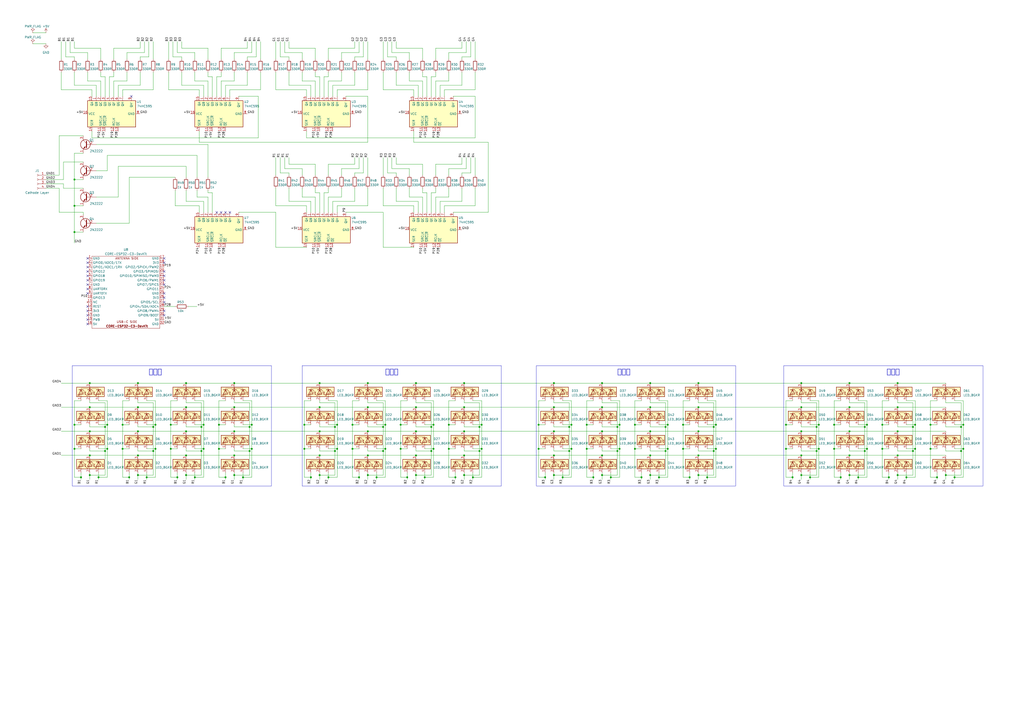
<source format=kicad_sch>
(kicad_sch (version 20230121) (generator eeschema)
  (paper "A2")
  (junction (at 473.71 261.62))
  (junction (at 269.24 250.19))
  (junction (at 99.06 260.35))
  (junction (at 349.25 236.22))
  (junction (at 368.3 260.35))
  (junction (at 185.42 222.25))
  (junction (at 515.62 276.86))
  (junction (at 241.3 222.25))
  (junction (at 213.36 222.25))
  (junction (at 321.31 222.25))
  (junction (at 146.05 260.35))
  (junction (at 331.47 260.35))
  (junction (at 553.72 276.86))
  (junction (at 274.32 276.86))
  (junction (at 246.38 276.86))
  (junction (at 127 246.38))
  (junction (at 405.13 222.25))
  (junction (at 213.36 236.22))
  (junction (at 414.02 247.65))
  (junction (at 558.8 246.38))
  (junction (at 321.31 250.19))
  (junction (at 80.01 250.19))
  (junction (at 321.31 236.22))
  (junction (at 415.29 260.35))
  (junction (at 107.95 236.22))
  (junction (at 250.19 261.62))
  (junction (at 213.36 264.16))
  (junction (at 269.24 275.59))
  (junction (at 140.97 276.86))
  (junction (at 107.95 264.16))
  (junction (at 218.44 276.86))
  (junction (at 492.76 275.59))
  (junction (at 377.19 275.59))
  (junction (at 543.56 276.86))
  (junction (at 396.24 246.38))
  (junction (at 118.11 246.38))
  (junction (at 358.14 261.62))
  (junction (at 251.46 260.35))
  (junction (at 511.81 246.38))
  (junction (at 223.52 246.38))
  (junction (at 52.07 236.22))
  (junction (at 102.87 276.86))
  (junction (at 135.89 222.25))
  (junction (at 222.25 247.65))
  (junction (at 492.76 222.25))
  (junction (at 455.93 260.35))
  (junction (at 520.7 236.22))
  (junction (at 464.82 275.59))
  (junction (at 278.13 247.65))
  (junction (at 354.33 276.86))
  (junction (at 52.07 222.25))
  (junction (at 232.41 260.35))
  (junction (at 557.53 261.62))
  (junction (at 185.42 275.59))
  (junction (at 344.17 276.86))
  (junction (at 501.65 261.62))
  (junction (at 349.25 264.16))
  (junction (at 358.14 247.65))
  (junction (at 330.2 261.62))
  (junction (at 213.36 275.59))
  (junction (at 377.19 264.16))
  (junction (at 194.31 261.62))
  (junction (at 80.01 222.25))
  (junction (at 349.25 275.59))
  (junction (at 386.08 261.62))
  (junction (at 260.35 260.35))
  (junction (at 180.34 276.86))
  (junction (at 241.3 275.59))
  (junction (at 194.31 247.65))
  (junction (at 340.36 260.35))
  (junction (at 236.22 276.86))
  (junction (at 469.9 276.86))
  (junction (at 62.23 260.35))
  (junction (at 260.35 246.38))
  (junction (at 144.78 261.62))
  (junction (at 127 260.35))
  (junction (at 90.17 260.35))
  (junction (at 88.9 247.65))
  (junction (at 90.17 246.38))
  (junction (at 80.01 264.16))
  (junction (at 71.12 260.35))
  (junction (at 135.89 236.22))
  (junction (at 405.13 275.59))
  (junction (at 176.53 260.35))
  (junction (at 185.42 264.16))
  (junction (at 473.71 247.65))
  (junction (at 539.75 246.38))
  (junction (at 487.68 276.86))
  (junction (at 99.06 246.38))
  (junction (at 88.9 261.62))
  (junction (at 455.93 246.38))
  (junction (at 330.2 247.65))
  (junction (at 464.82 222.25))
  (junction (at 312.42 246.38))
  (junction (at 264.16 276.86))
  (junction (at 464.82 250.19))
  (junction (at 396.24 260.35))
  (junction (at 520.7 250.19))
  (junction (at 204.47 260.35))
  (junction (at 368.3 246.38))
  (junction (at 501.65 247.65))
  (junction (at 74.93 276.86))
  (junction (at 113.03 276.86))
  (junction (at 208.28 276.86))
  (junction (at 43.18 246.38))
  (junction (at 43.18 134.62))
  (junction (at 464.82 236.22))
  (junction (at 525.78 276.86))
  (junction (at 107.95 222.25))
  (junction (at 269.24 264.16))
  (junction (at 60.96 261.62))
  (junction (at 459.74 276.86))
  (junction (at 269.24 222.25))
  (junction (at 520.7 222.25))
  (junction (at 222.25 261.62))
  (junction (at 359.41 260.35))
  (junction (at 279.4 246.38))
  (junction (at 232.41 246.38))
  (junction (at 223.52 260.35))
  (junction (at 539.75 260.35))
  (junction (at 52.07 250.19))
  (junction (at 349.25 222.25))
  (junction (at 116.84 247.65))
  (junction (at 340.36 246.38))
  (junction (at 405.13 236.22))
  (junction (at 349.25 250.19))
  (junction (at 43.18 119.38))
  (junction (at 483.87 246.38))
  (junction (at 269.24 236.22))
  (junction (at 548.64 275.59))
  (junction (at 530.86 260.35))
  (junction (at 405.13 250.19))
  (junction (at 331.47 246.38))
  (junction (at 321.31 264.16))
  (junction (at 377.19 250.19))
  (junction (at 502.92 246.38))
  (junction (at 52.07 264.16))
  (junction (at 502.92 260.35))
  (junction (at 57.15 276.86))
  (junction (at 185.42 250.19))
  (junction (at 43.18 104.14))
  (junction (at 316.23 276.86))
  (junction (at 464.82 264.16))
  (junction (at 326.39 276.86))
  (junction (at 410.21 276.86))
  (junction (at 359.41 246.38))
  (junction (at 118.11 260.35))
  (junction (at 377.19 236.22))
  (junction (at 130.81 276.86))
  (junction (at 85.09 276.86))
  (junction (at 386.08 247.65))
  (junction (at 135.89 275.59))
  (junction (at 382.27 276.86))
  (junction (at 250.19 247.65))
  (junction (at 241.3 250.19))
  (junction (at 116.84 261.62))
  (junction (at 492.76 236.22))
  (junction (at 190.5 276.86))
  (junction (at 241.3 236.22))
  (junction (at 251.46 246.38))
  (junction (at 321.31 275.59))
  (junction (at 511.81 260.35))
  (junction (at 405.13 264.16))
  (junction (at 312.42 260.35))
  (junction (at 387.35 246.38))
  (junction (at 415.29 246.38))
  (junction (at 557.53 247.65))
  (junction (at 204.47 246.38))
  (junction (at 43.18 260.35))
  (junction (at 195.58 246.38))
  (junction (at 213.36 250.19))
  (junction (at 492.76 264.16))
  (junction (at 107.95 250.19))
  (junction (at 80.01 275.59))
  (junction (at 483.87 260.35))
  (junction (at 60.96 247.65))
  (junction (at 46.99 276.86))
  (junction (at 195.58 260.35))
  (junction (at 414.02 261.62))
  (junction (at 80.01 236.22))
  (junction (at 474.98 260.35))
  (junction (at 492.76 250.19))
  (junction (at 400.05 276.86))
  (junction (at 241.3 264.16))
  (junction (at 520.7 264.16))
  (junction (at 529.59 261.62))
  (junction (at 62.23 246.38))
  (junction (at 377.19 222.25))
  (junction (at 185.42 236.22))
  (junction (at 176.53 246.38))
  (junction (at 146.05 246.38))
  (junction (at 558.8 260.35))
  (junction (at 279.4 260.35))
  (junction (at 135.89 264.16))
  (junction (at 530.86 246.38))
  (junction (at 520.7 275.59))
  (junction (at 52.07 275.59))
  (junction (at 372.11 276.86))
  (junction (at 497.84 276.86))
  (junction (at 278.13 261.62))
  (junction (at 387.35 260.35))
  (junction (at 529.59 247.65))
  (junction (at 144.78 247.65))
  (junction (at 71.12 246.38))
  (junction (at 474.98 246.38))
  (junction (at 135.89 250.19))
  (junction (at 107.95 275.59))
  (no_connect (at 50.8 152.4))
  (no_connect (at 50.8 157.48))
  (no_connect (at 95.25 172.72))
  (no_connect (at 130.81 123.19))
  (no_connect (at 50.8 167.64))
  (no_connect (at 50.8 170.18))
  (no_connect (at 50.8 162.56))
  (no_connect (at 128.27 123.19))
  (no_connect (at 95.25 165.1))
  (no_connect (at 50.8 182.88))
  (no_connect (at 50.8 177.8))
  (no_connect (at 95.25 157.48))
  (no_connect (at 95.25 152.4))
  (no_connect (at 95.25 149.86))
  (no_connect (at 50.8 185.42))
  (no_connect (at 95.25 180.34))
  (no_connect (at 50.8 160.02))
  (no_connect (at 50.8 154.94))
  (no_connect (at 95.25 182.88))
  (no_connect (at 125.73 123.19))
  (no_connect (at 76.2 55.88))
  (no_connect (at 95.25 175.26))
  (no_connect (at 50.8 165.1))
  (no_connect (at 50.8 187.96))
  (no_connect (at 50.8 149.86))
  (no_connect (at 95.25 160.02))
  (no_connect (at 50.8 180.34))
  (no_connect (at 95.25 170.18))
  (no_connect (at 95.25 162.56))
  (no_connect (at 133.35 123.19))
  (wire (pts (xy 354.33 276.86) (xy 354.33 274.32)))
  (wire (pts (xy 135.89 275.59) (xy 135.89 274.32)))
  (wire (pts (xy 198.12 46.99) (xy 198.12 41.91)))
  (wire (pts (xy 344.17 232.41) (xy 340.36 232.41)))
  (wire (pts (xy 455.93 232.41) (xy 455.93 246.38)))
  (wire (pts (xy 218.44 232.41) (xy 223.52 232.41)))
  (wire (pts (xy 340.36 276.86) (xy 344.17 276.86)))
  (wire (pts (xy 497.84 232.41) (xy 502.92 232.41)))
  (wire (pts (xy 267.97 27.94) (xy 267.97 24.13)))
  (wire (pts (xy 237.49 34.29) (xy 237.49 30.48)))
  (wire (pts (xy 520.7 247.65) (xy 529.59 247.65)))
  (wire (pts (xy 520.7 246.38) (xy 520.7 247.65)))
  (wire (pts (xy 144.78 233.68) (xy 144.78 247.65)))
  (wire (pts (xy 43.18 104.14) (xy 48.26 104.14)))
  (wire (pts (xy 502.92 246.38) (xy 502.92 260.35)))
  (wire (pts (xy 60.96 44.45) (xy 58.42 44.45)))
  (wire (pts (xy 52.07 250.19) (xy 80.01 250.19)))
  (wire (pts (xy 283.21 123.19) (xy 283.21 82.55)))
  (wire (pts (xy 525.78 276.86) (xy 525.78 278.13)))
  (wire (pts (xy 474.98 260.35) (xy 474.98 276.86)))
  (wire (pts (xy 252.73 114.3) (xy 260.35 114.3)))
  (wire (pts (xy 377.19 264.16) (xy 405.13 264.16)))
  (wire (pts (xy 198.12 97.79) (xy 208.28 97.79)))
  (wire (pts (xy 193.04 116.84) (xy 205.74 116.84)))
  (wire (pts (xy 57.15 246.38) (xy 62.23 246.38)))
  (wire (pts (xy 107.95 250.19) (xy 135.89 250.19)))
  (wire (pts (xy 264.16 232.41) (xy 260.35 232.41)))
  (wire (pts (xy 135.89 246.38) (xy 135.89 247.65)))
  (wire (pts (xy 247.65 44.45) (xy 247.65 55.88)))
  (wire (pts (xy 405.13 261.62) (xy 414.02 261.62)))
  (wire (pts (xy 48.26 78.74) (xy 34.29 78.74)))
  (wire (pts (xy 464.82 260.35) (xy 464.82 261.62)))
  (wire (pts (xy 107.95 116.84) (xy 107.95 110.49)))
  (wire (pts (xy 236.22 276.86) (xy 236.22 274.32)))
  (wire (pts (xy 386.08 233.68) (xy 386.08 247.65)))
  (wire (pts (xy 60.96 44.45) (xy 60.96 55.88)))
  (wire (pts (xy 267.97 101.6) (xy 267.97 100.33)))
  (wire (pts (xy 62.23 90.17) (xy 62.23 99.06)))
  (wire (pts (xy 213.36 55.88) (xy 213.36 82.55)))
  (wire (pts (xy 46.99 276.86) (xy 46.99 274.32)))
  (wire (pts (xy 34.29 123.19) (xy 34.29 109.22)))
  (wire (pts (xy 210.82 33.02) (xy 210.82 24.13)))
  (wire (pts (xy 140.97 260.35) (xy 146.05 260.35)))
  (wire (pts (xy 177.8 80.01) (xy 275.59 80.01)))
  (wire (pts (xy 52.07 275.59) (xy 52.07 274.32)))
  (wire (pts (xy 340.36 232.41) (xy 340.36 246.38)))
  (wire (pts (xy 275.59 24.13) (xy 275.59 34.29)))
  (wire (pts (xy 107.95 102.87) (xy 107.95 96.52)))
  (wire (pts (xy 68.58 114.3) (xy 55.88 114.3)))
  (wire (pts (xy 114.3 90.17) (xy 62.23 90.17)))
  (wire (pts (xy 135.89 222.25) (xy 185.42 222.25)))
  (wire (pts (xy 269.24 260.35) (xy 269.24 261.62)))
  (wire (pts (xy 237.49 30.48) (xy 227.33 30.48)))
  (wire (pts (xy 135.89 46.99) (xy 135.89 41.91)))
  (wire (pts (xy 415.29 246.38) (xy 415.29 260.35)))
  (wire (pts (xy 116.84 261.62) (xy 116.84 275.59)))
  (wire (pts (xy 382.27 276.86) (xy 382.27 278.13)))
  (wire (pts (xy 88.9 261.62) (xy 88.9 275.59)))
  (wire (pts (xy 185.42 275.59) (xy 185.42 274.32)))
  (wire (pts (xy 377.19 247.65) (xy 386.08 247.65)))
  (wire (pts (xy 414.02 247.65) (xy 414.02 261.62)))
  (wire (pts (xy 198.12 114.3) (xy 198.12 109.22)))
  (wire (pts (xy 396.24 246.38) (xy 396.24 260.35)))
  (wire (pts (xy 223.52 260.35) (xy 223.52 276.86)))
  (wire (pts (xy 497.84 276.86) (xy 497.84 274.32)))
  (wire (pts (xy 58.42 34.29) (xy 58.42 27.94)))
  (wire (pts (xy 74.93 232.41) (xy 71.12 232.41)))
  (wire (pts (xy 190.5 246.38) (xy 195.58 246.38)))
  (wire (pts (xy 279.4 246.38) (xy 279.4 260.35)))
  (wire (pts (xy 520.7 233.68) (xy 529.59 233.68)))
  (wire (pts (xy 497.84 260.35) (xy 502.92 260.35)))
  (wire (pts (xy 410.21 246.38) (xy 415.29 246.38)))
  (wire (pts (xy 464.82 261.62) (xy 473.71 261.62)))
  (wire (pts (xy 182.88 114.3) (xy 175.26 114.3)))
  (wire (pts (xy 109.22 177.8) (xy 114.3 177.8)))
  (wire (pts (xy 227.33 97.79) (xy 227.33 91.44)))
  (wire (pts (xy 464.82 247.65) (xy 473.71 247.65)))
  (wire (pts (xy 160.02 123.19) (xy 160.02 143.51)))
  (wire (pts (xy 459.74 232.41) (xy 455.93 232.41)))
  (wire (pts (xy 19.05 19.05) (xy 26.67 19.05)))
  (wire (pts (xy 372.11 232.41) (xy 368.3 232.41)))
  (wire (pts (xy 130.81 49.53) (xy 143.51 49.53)))
  (wire (pts (xy 344.17 276.86) (xy 344.17 274.32)))
  (wire (pts (xy 222.25 247.65) (xy 222.25 261.62)))
  (wire (pts (xy 275.59 119.38) (xy 275.59 109.22)))
  (wire (pts (xy 553.72 260.35) (xy 558.8 260.35)))
  (wire (pts (xy 190.5 27.94) (xy 205.74 27.94)))
  (wire (pts (xy 548.64 275.59) (xy 548.64 278.13)))
  (wire (pts (xy 515.62 232.41) (xy 511.81 232.41)))
  (wire (pts (xy 269.24 246.38) (xy 269.24 247.65)))
  (wire (pts (xy 515.62 276.86) (xy 515.62 278.13)))
  (wire (pts (xy 58.42 44.45) (xy 58.42 41.91)))
  (wire (pts (xy 73.66 34.29) (xy 73.66 30.48)))
  (wire (pts (xy 187.96 111.76) (xy 187.96 123.19)))
  (wire (pts (xy 321.31 246.38) (xy 321.31 247.65)))
  (wire (pts (xy 113.03 276.86) (xy 113.03 278.13)))
  (wire (pts (xy 195.58 276.86) (xy 190.5 276.86)))
  (wire (pts (xy 515.62 276.86) (xy 515.62 274.32)))
  (wire (pts (xy 237.49 101.6) (xy 237.49 97.79)))
  (wire (pts (xy 218.44 260.35) (xy 223.52 260.35)))
  (wire (pts (xy 120.65 27.94) (xy 105.41 27.94)))
  (wire (pts (xy 223.52 276.86) (xy 218.44 276.86)))
  (wire (pts (xy 414.02 275.59) (xy 405.13 275.59)))
  (wire (pts (xy 349.25 275.59) (xy 349.25 278.13)))
  (wire (pts (xy 558.8 260.35) (xy 558.8 276.86)))
  (wire (pts (xy 43.18 134.62) (xy 48.26 134.62)))
  (wire (pts (xy 274.32 246.38) (xy 279.4 246.38)))
  (wire (pts (xy 68.58 96.52) (xy 68.58 114.3)))
  (wire (pts (xy 43.18 232.41) (xy 43.18 246.38)))
  (wire (pts (xy 229.87 100.33) (xy 224.79 100.33)))
  (wire (pts (xy 176.53 276.86) (xy 180.34 276.86)))
  (wire (pts (xy 114.3 114.3) (xy 114.3 110.49)))
  (wire (pts (xy 240.03 82.55) (xy 283.21 82.55)))
  (wire (pts (xy 95.25 177.8) (xy 101.6 177.8)))
  (wire (pts (xy 115.57 52.07) (xy 97.79 52.07)))
  (wire (pts (xy 260.35 101.6) (xy 260.35 97.79)))
  (wire (pts (xy 236.22 276.86) (xy 236.22 278.13)))
  (wire (pts (xy 251.46 232.41) (xy 251.46 246.38)))
  (wire (pts (xy 175.26 101.6) (xy 175.26 97.79)))
  (wire (pts (xy 250.19 247.65) (xy 250.19 261.62)))
  (wire (pts (xy 195.58 260.35) (xy 195.58 276.86)))
  (wire (pts (xy 26.67 109.22) (xy 34.29 109.22)))
  (wire (pts (xy 205.74 27.94) (xy 205.74 24.13)))
  (wire (pts (xy 275.59 52.07) (xy 275.59 41.91)))
  (wire (pts (xy 275.59 55.88) (xy 275.59 80.01)))
  (wire (pts (xy 85.09 260.35) (xy 90.17 260.35)))
  (wire (pts (xy 113.03 34.29) (xy 113.03 30.48)))
  (wire (pts (xy 455.93 246.38) (xy 455.93 260.35)))
  (wire (pts (xy 48.26 123.19) (xy 48.26 124.46)))
  (wire (pts (xy 229.87 33.02) (xy 224.79 33.02)))
  (wire (pts (xy 492.76 236.22) (xy 520.7 236.22)))
  (wire (pts (xy 241.3 222.25) (xy 269.24 222.25)))
  (wire (pts (xy 57.15 232.41) (xy 62.23 232.41)))
  (wire (pts (xy 53.34 55.88) (xy 53.34 52.07)))
  (wire (pts (xy 455.93 260.35) (xy 455.93 276.86)))
  (wire (pts (xy 50.8 46.99) (xy 50.8 41.91)))
  (wire (pts (xy 185.42 222.25) (xy 213.36 222.25)))
  (wire (pts (xy 553.72 276.86) (xy 553.72 278.13)))
  (wire (pts (xy 246.38 246.38) (xy 251.46 246.38)))
  (wire (pts (xy 195.58 119.38) (xy 213.36 119.38)))
  (wire (pts (xy 71.12 246.38) (xy 71.12 260.35)))
  (wire (pts (xy 99.06 246.38) (xy 102.87 246.38)))
  (wire (pts (xy 358.14 233.68) (xy 358.14 247.65)))
  (wire (pts (xy 539.75 246.38) (xy 543.56 246.38)))
  (wire (pts (xy 321.31 260.35) (xy 321.31 261.62)))
  (wire (pts (xy 182.88 34.29) (xy 182.88 27.94)))
  (wire (pts (xy 252.73 46.99) (xy 252.73 55.88)))
  (wire (pts (xy 143.51 49.53) (xy 143.51 41.91)))
  (wire (pts (xy 36.83 93.98) (xy 36.83 104.14)))
  (wire (pts (xy 107.95 261.62) (xy 116.84 261.62)))
  (wire (pts (xy 71.12 232.41) (xy 71.12 246.38)))
  (wire (pts (xy 185.42 111.76) (xy 185.42 123.19)))
  (wire (pts (xy 88.9 275.59) (xy 80.01 275.59)))
  (wire (pts (xy 43.18 49.53) (xy 43.18 41.91)))
  (wire (pts (xy 53.34 80.01) (xy 53.34 76.2)))
  (wire (pts (xy 321.31 233.68) (xy 330.2 233.68)))
  (wire (pts (xy 113.03 246.38) (xy 118.11 246.38)))
  (wire (pts (xy 185.42 233.68) (xy 194.31 233.68)))
  (wire (pts (xy 278.13 261.62) (xy 278.13 275.59)))
  (wire (pts (xy 275.59 91.44) (xy 275.59 101.6)))
  (wire (pts (xy 35.56 264.16) (xy 52.07 264.16)))
  (wire (pts (xy 195.58 232.41) (xy 195.58 246.38)))
  (wire (pts (xy 80.01 275.59) (xy 80.01 274.32)))
  (wire (pts (xy 377.19 275.59) (xy 377.19 274.32)))
  (wire (pts (xy 246.38 232.41) (xy 251.46 232.41)))
  (wire (pts (xy 326.39 246.38) (xy 331.47 246.38)))
  (wire (pts (xy 149.86 80.01) (xy 53.34 80.01)))
  (wire (pts (xy 525.78 276.86) (xy 525.78 274.32)))
  (wire (pts (xy 90.17 232.41) (xy 90.17 246.38)))
  (wire (pts (xy 80.01 264.16) (xy 107.95 264.16)))
  (wire (pts (xy 386.08 247.65) (xy 386.08 261.62)))
  (wire (pts (xy 200.66 123.19) (xy 222.25 123.19)))
  (wire (pts (xy 520.7 261.62) (xy 529.59 261.62)))
  (wire (pts (xy 107.95 247.65) (xy 116.84 247.65)))
  (wire (pts (xy 46.99 276.86) (xy 46.99 278.13)))
  (wire (pts (xy 36.83 109.22) (xy 48.26 109.22)))
  (wire (pts (xy 251.46 246.38) (xy 251.46 260.35)))
  (wire (pts (xy 232.41 246.38) (xy 236.22 246.38)))
  (wire (pts (xy 218.44 246.38) (xy 223.52 246.38)))
  (wire (pts (xy 198.12 30.48) (xy 208.28 30.48)))
  (wire (pts (xy 405.13 232.41) (xy 405.13 233.68)))
  (wire (pts (xy 349.25 232.41) (xy 349.25 233.68)))
  (wire (pts (xy 190.5 44.45) (xy 190.5 41.91)))
  (wire (pts (xy 218.44 276.86) (xy 218.44 278.13)))
  (wire (pts (xy 377.19 222.25) (xy 405.13 222.25)))
  (wire (pts (xy 43.18 260.35) (xy 43.18 276.86)))
  (wire (pts (xy 257.81 119.38) (xy 275.59 119.38)))
  (wire (pts (xy 66.04 27.94) (xy 81.28 27.94)))
  (wire (pts (xy 558.8 246.38) (xy 558.8 260.35)))
  (wire (pts (xy 377.19 250.19) (xy 405.13 250.19)))
  (wire (pts (xy 377.19 275.59) (xy 377.19 278.13)))
  (wire (pts (xy 99.06 260.35) (xy 102.87 260.35)))
  (wire (pts (xy 410.21 260.35) (xy 415.29 260.35)))
  (wire (pts (xy 229.87 116.84) (xy 229.87 109.22)))
  (wire (pts (xy 382.27 276.86) (xy 382.27 274.32)))
  (wire (pts (xy 120.65 114.3) (xy 114.3 114.3)))
  (wire (pts (xy 246.38 276.86) (xy 246.38 274.32)))
  (wire (pts (xy 257.81 52.07) (xy 275.59 52.07)))
  (wire (pts (xy 558.8 276.86) (xy 553.72 276.86)))
  (wire (pts (xy 127 260.35) (xy 127 276.86)))
  (wire (pts (xy 43.18 246.38) (xy 43.18 260.35)))
  (wire (pts (xy 511.81 260.35) (xy 511.81 276.86)))
  (wire (pts (xy 387.35 276.86) (xy 382.27 276.86)))
  (wire (pts (xy 539.75 260.35) (xy 543.56 260.35)))
  (wire (pts (xy 269.24 233.68) (xy 278.13 233.68)))
  (wire (pts (xy 525.78 260.35) (xy 530.86 260.35)))
  (wire (pts (xy 135.89 264.16) (xy 185.42 264.16)))
  (wire (pts (xy 167.64 49.53) (xy 167.64 41.91)))
  (wire (pts (xy 90.17 260.35) (xy 90.17 276.86)))
  (wire (pts (xy 232.41 260.35) (xy 232.41 276.86)))
  (wire (pts (xy 127 246.38) (xy 130.81 246.38)))
  (wire (pts (xy 368.3 260.35) (xy 372.11 260.35)))
  (wire (pts (xy 125.73 44.45) (xy 128.27 44.45)))
  (wire (pts (xy 176.53 260.35) (xy 176.53 276.86)))
  (wire (pts (xy 182.88 101.6) (xy 182.88 95.25)))
  (wire (pts (xy 387.35 246.38) (xy 387.35 260.35)))
  (wire (pts (xy 241.3 275.59) (xy 241.3 274.32)))
  (wire (pts (xy 242.57 55.88) (xy 242.57 49.53)))
  (wire (pts (xy 116.84 233.68) (xy 116.84 247.65)))
  (wire (pts (xy 140.97 246.38) (xy 146.05 246.38)))
  (wire (pts (xy 520.7 222.25) (xy 548.64 222.25)))
  (wire (pts (xy 229.87 27.94) (xy 229.87 24.13)))
  (wire (pts (xy 160.02 119.38) (xy 160.02 109.22)))
  (wire (pts (xy 530.86 232.41) (xy 530.86 246.38)))
  (wire (pts (xy 331.47 232.41) (xy 331.47 246.38)))
  (wire (pts (xy 520.7 264.16) (xy 548.64 264.16)))
  (wire (pts (xy 167.64 27.94) (xy 167.64 24.13)))
  (wire (pts (xy 19.05 25.4) (xy 26.67 25.4)))
  (wire (pts (xy 459.74 276.86) (xy 459.74 274.32)))
  (wire (pts (xy 241.3 247.65) (xy 250.19 247.65)))
  (wire (pts (xy 326.39 276.86) (xy 326.39 274.32)))
  (wire (pts (xy 162.56 100.33) (xy 162.56 91.44)))
  (wire (pts (xy 135.89 250.19) (xy 185.42 250.19)))
  (wire (pts (xy 222.25 261.62) (xy 222.25 275.59)))
  (wire (pts (xy 405.13 275.59) (xy 405.13 278.13)))
  (wire (pts (xy 55.88 55.88) (xy 55.88 49.53)))
  (wire (pts (xy 138.43 123.19) (xy 160.02 123.19)))
  (wire (pts (xy 74.93 276.86) (xy 74.93 278.13)))
  (wire (pts (xy 252.73 101.6) (xy 252.73 95.25)))
  (wire (pts (xy 415.29 260.35) (xy 415.29 276.86)))
  (wire (pts (xy 26.67 101.6) (xy 34.29 101.6)))
  (wire (pts (xy 135.89 260.35) (xy 135.89 261.62)))
  (wire (pts (xy 400.05 276.86) (xy 400.05 274.32)))
  (wire (pts (xy 190.5 101.6) (xy 190.5 95.25)))
  (wire (pts (xy 469.9 232.41) (xy 474.98 232.41)))
  (wire (pts (xy 247.65 111.76) (xy 245.11 111.76)))
  (wire (pts (xy 312.42 260.35) (xy 316.23 260.35)))
  (wire (pts (xy 143.51 33.02) (xy 148.59 33.02)))
  (wire (pts (xy 101.6 119.38) (xy 101.6 110.49)))
  (wire (pts (xy 557.53 233.68) (xy 557.53 247.65)))
  (wire (pts (xy 102.87 276.86) (xy 102.87 278.13)))
  (wire (pts (xy 180.34 276.86) (xy 180.34 274.32)))
  (wire (pts (xy 245.11 95.25) (xy 229.87 95.25)))
  (wire (pts (xy 368.3 276.86) (xy 372.11 276.86)))
  (wire (pts (xy 492.76 232.41) (xy 492.76 233.68)))
  (wire (pts (xy 464.82 264.16) (xy 492.76 264.16)))
  (wire (pts (xy 250.19 44.45) (xy 250.19 55.88)))
  (wire (pts (xy 167.64 34.29) (xy 167.64 33.02)))
  (wire (pts (xy 400.05 232.41) (xy 396.24 232.41)))
  (wire (pts (xy 40.64 30.48) (xy 40.64 24.13)))
  (wire (pts (xy 330.2 261.62) (xy 330.2 275.59)))
  (wire (pts (xy 405.13 247.65) (xy 414.02 247.65)))
  (wire (pts (xy 255.27 49.53) (xy 267.97 49.53)))
  (wire (pts (xy 525.78 246.38) (xy 530.86 246.38)))
  (wire (pts (xy 316.23 276.86) (xy 316.23 278.13)))
  (wire (pts (xy 464.82 275.59) (xy 464.82 274.32)))
  (wire (pts (xy 229.87 101.6) (xy 229.87 100.33)))
  (wire (pts (xy 123.19 44.45) (xy 123.19 55.88)))
  (wire (pts (xy 483.87 246.38) (xy 483.87 260.35)))
  (wire (pts (xy 68.58 49.53) (xy 81.28 49.53)))
  (wire (pts (xy 213.36 24.13) (xy 213.36 34.29)))
  (wire (pts (xy 529.59 233.68) (xy 529.59 247.65)))
  (wire (pts (xy 382.27 246.38) (xy 387.35 246.38)))
  (wire (pts (xy 405.13 233.68) (xy 414.02 233.68)))
  (wire (pts (xy 213.36 119.38) (xy 213.36 109.22)))
  (wire (pts (xy 182.88 114.3) (xy 182.88 123.19)))
  (wire (pts (xy 492.76 275.59) (xy 492.76 274.32)))
  (wire (pts (xy 144.78 247.65) (xy 144.78 261.62)))
  (wire (pts (xy 213.36 222.25) (xy 241.3 222.25)))
  (wire (pts (xy 180.34 55.88) (xy 180.34 49.53)))
  (wire (pts (xy 358.14 261.62) (xy 358.14 275.59)))
  (wire (pts (xy 146.05 232.41) (xy 146.05 246.38)))
  (wire (pts (xy 278.13 275.59) (xy 269.24 275.59)))
  (wire (pts (xy 208.28 276.86) (xy 208.28 278.13)))
  (wire (pts (xy 55.88 49.53) (xy 43.18 49.53)))
  (wire (pts (xy 105.41 33.02) (xy 100.33 33.02)))
  (wire (pts (xy 543.56 232.41) (xy 539.75 232.41)))
  (wire (pts (xy 128.27 46.99) (xy 128.27 55.88)))
  (wire (pts (xy 273.05 100.33) (xy 273.05 91.44)))
  (wire (pts (xy 118.11 232.41) (xy 118.11 246.38)))
  (wire (pts (xy 205.74 34.29) (xy 205.74 33.02)))
  (wire (pts (xy 52.07 222.25) (xy 80.01 222.25)))
  (wire (pts (xy 194.31 247.65) (xy 194.31 261.62)))
  (wire (pts (xy 127 232.41) (xy 127 246.38)))
  (wire (pts (xy 236.22 232.41) (xy 232.41 232.41)))
  (wire (pts (xy 525.78 232.41) (xy 530.86 232.41)))
  (wire (pts (xy 321.31 247.65) (xy 330.2 247.65)))
  (wire (pts (xy 252.73 95.25) (xy 267.97 95.25)))
  (wire (pts (xy 58.42 27.94) (xy 43.18 27.94)))
  (wire (pts (xy 252.73 111.76) (xy 252.73 109.22)))
  (wire (pts (xy 185.42 232.41) (xy 185.42 233.68)))
  (wire (pts (xy 143.51 27.94) (xy 143.51 24.13)))
  (wire (pts (xy 190.5 232.41) (xy 195.58 232.41)))
  (wire (pts (xy 252.73 46.99) (xy 260.35 46.99)))
  (wire (pts (xy 52.07 260.35) (xy 52.07 261.62)))
  (wire (pts (xy 497.84 276.86) (xy 497.84 278.13)))
  (wire (pts (xy 80.01 222.25) (xy 107.95 222.25)))
  (wire (pts (xy 26.67 104.14) (xy 36.83 104.14)))
  (wire (pts (xy 193.04 49.53) (xy 205.74 49.53)))
  (wire (pts (xy 511.81 246.38) (xy 515.62 246.38)))
  (wire (pts (xy 492.76 275.59) (xy 492.76 278.13)))
  (wire (pts (xy 200.66 55.88) (xy 213.36 55.88)))
  (wire (pts (xy 340.36 246.38) (xy 340.36 260.35)))
  (wire (pts (xy 205.74 49.53) (xy 205.74 41.91)))
  (wire (pts (xy 208.28 97.79) (xy 208.28 91.44)))
  (wire (pts (xy 530.86 246.38) (xy 530.86 260.35)))
  (wire (pts (xy 222.25 123.19) (xy 222.25 143.51)))
  (wire (pts (xy 316.23 232.41) (xy 312.42 232.41)))
  (wire (pts (xy 245.11 27.94) (xy 229.87 27.94)))
  (wire (pts (xy 135.89 30.48) (xy 146.05 30.48)))
  (wire (pts (xy 208.28 276.86) (xy 208.28 274.32)))
  (wire (pts (xy 140.97 276.86) (xy 140.97 274.32)))
  (wire (pts (xy 557.53 247.65) (xy 557.53 261.62)))
  (wire (pts (xy 469.9 246.38) (xy 474.98 246.38)))
  (wire (pts (xy 548.64 232.41) (xy 548.64 233.68)))
  (wire (pts (xy 262.89 55.88) (xy 275.59 55.88)))
  (wire (pts (xy 146.05 260.35) (xy 146.05 276.86)))
  (wire (pts (xy 260.35 276.86) (xy 264.16 276.86)))
  (wire (pts (xy 167.64 33.02) (xy 162.56 33.02)))
  (wire (pts (xy 213.36 250.19) (xy 241.3 250.19)))
  (wire (pts (xy 257.81 55.88) (xy 257.81 52.07)))
  (wire (pts (xy 410.21 276.86) (xy 410.21 274.32)))
  (wire (pts (xy 80.01 247.65) (xy 88.9 247.65)))
  (wire (pts (xy 349.25 236.22) (xy 377.19 236.22)))
  (wire (pts (xy 43.18 134.62) (xy 43.18 140.97)))
  (wire (pts (xy 502.92 276.86) (xy 497.84 276.86)))
  (wire (pts (xy 269.24 247.65) (xy 278.13 247.65)))
  (wire (pts (xy 80.01 250.19) (xy 107.95 250.19)))
  (wire (pts (xy 52.07 264.16) (xy 80.01 264.16)))
  (wire (pts (xy 50.8 30.48) (xy 40.64 30.48)))
  (wire (pts (xy 464.82 246.38) (xy 464.82 247.65)))
  (wire (pts (xy 85.09 232.41) (xy 90.17 232.41)))
  (wire (pts (xy 135.89 275.59) (xy 135.89 278.13)))
  (wire (pts (xy 359.41 276.86) (xy 354.33 276.86)))
  (wire (pts (xy 497.84 246.38) (xy 502.92 246.38)))
  (wire (pts (xy 80.01 233.68) (xy 88.9 233.68)))
  (wire (pts (xy 160.02 52.07) (xy 160.02 41.91)))
  (wire (pts (xy 71.12 276.86) (xy 74.93 276.86)))
  (wire (pts (xy 473.71 247.65) (xy 473.71 261.62)))
  (wire (pts (xy 464.82 236.22) (xy 492.76 236.22)))
  (wire (pts (xy 175.26 30.48) (xy 165.1 30.48)))
  (wire (pts (xy 349.25 275.59) (xy 349.25 274.32)))
  (wire (pts (xy 120.65 123.19) (xy 120.65 114.3)))
  (wire (pts (xy 372.11 276.86) (xy 372.11 278.13)))
  (wire (pts (xy 252.73 44.45) (xy 252.73 41.91)))
  (wire (pts (xy 85.09 276.86) (xy 85.09 274.32)))
  (wire (pts (xy 177.8 80.01) (xy 177.8 76.2)))
  (wire (pts (xy 38.1 33.02) (xy 38.1 24.13)))
  (wire (pts (xy 52.07 261.62) (xy 60.96 261.62)))
  (wire (pts (xy 149.86 55.88) (xy 149.86 80.01)))
  (wire (pts (xy 455.93 260.35) (xy 459.74 260.35)))
  (wire (pts (xy 194.31 233.68) (xy 194.31 247.65)))
  (wire (pts (xy 35.56 24.13) (xy 35.56 34.29)))
  (wire (pts (xy 118.11 49.53) (xy 105.41 49.53)))
  (wire (pts (xy 205.74 101.6) (xy 205.74 100.33)))
  (wire (pts (xy 213.36 233.68) (xy 222.25 233.68)))
  (wire (pts (xy 52.07 275.59) (xy 52.07 278.13)))
  (wire (pts (xy 245.11 46.99) (xy 237.49 46.99)))
  (wire (pts (xy 520.7 260.35) (xy 520.7 261.62)))
  (wire (pts (xy 133.35 52.07) (xy 151.13 52.07)))
  (wire (pts (xy 144.78 261.62) (xy 144.78 275.59)))
  (wire (pts (xy 548.64 247.65) (xy 557.53 247.65)))
  (wire (pts (xy 107.95 233.68) (xy 116.84 233.68)))
  (wire (pts (xy 511.81 260.35) (xy 515.62 260.35)))
  (wire (pts (xy 143.51 34.29) (xy 143.51 33.02)))
  (wire (pts (xy 377.19 261.62) (xy 386.08 261.62)))
  (wire (pts (xy 208.28 30.48) (xy 208.28 24.13)))
  (wire (pts (xy 190.5 276.86) (xy 190.5 274.32)))
  (wire (pts (xy 232.41 246.38) (xy 232.41 260.35)))
  (wire (pts (xy 340.36 260.35) (xy 344.17 260.35)))
  (wire (pts (xy 349.25 260.35) (xy 349.25 261.62)))
  (wire (pts (xy 387.35 260.35) (xy 387.35 276.86)))
  (wire (pts (xy 74.93 276.86) (xy 74.93 274.32)))
  (wire (pts (xy 354.33 246.38) (xy 359.41 246.38)))
  (wire (pts (xy 520.7 275.59) (xy 529.59 275.59)))
  (wire (pts (xy 264.16 276.86) (xy 264.16 274.32)))
  (wire (pts (xy 492.76 233.68) (xy 501.65 233.68)))
  (wire (pts (xy 241.3 264.16) (xy 269.24 264.16)))
  (wire (pts (xy 180.34 49.53) (xy 167.64 49.53)))
  (wire (pts (xy 274.32 260.35) (xy 279.4 260.35)))
  (wire (pts (xy 242.57 116.84) (xy 229.87 116.84)))
  (wire (pts (xy 222.25 143.51) (xy 240.03 143.51)))
  (wire (pts (xy 240.03 55.88) (xy 240.03 52.07)))
  (wire (pts (xy 81.28 49.53) (xy 81.28 41.91)))
  (wire (pts (xy 187.96 111.76) (xy 190.5 111.76)))
  (wire (pts (xy 241.3 261.62) (xy 250.19 261.62)))
  (wire (pts (xy 204.47 276.86) (xy 208.28 276.86)))
  (wire (pts (xy 245.11 44.45) (xy 245.11 41.91)))
  (wire (pts (xy 240.03 119.38) (xy 222.25 119.38)))
  (wire (pts (xy 204.47 246.38) (xy 208.28 246.38)))
  (wire (pts (xy 99.06 276.86) (xy 102.87 276.86)))
  (wire (pts (xy 88.9 52.07) (xy 88.9 41.91)))
  (wire (pts (xy 66.04 46.99) (xy 66.04 55.88)))
  (wire (pts (xy 167.64 116.84) (xy 167.64 109.22)))
  (wire (pts (xy 185.42 111.76) (xy 182.88 111.76)))
  (wire (pts (xy 128.27 34.29) (xy 128.27 27.94)))
  (wire (pts (xy 218.44 276.86) (xy 218.44 274.32)))
  (wire (pts (xy 99.06 232.41) (xy 99.06 246.38)))
  (wire (pts (xy 115.57 82.55) (xy 213.36 82.55)))
  (wire (pts (xy 267.97 116.84) (xy 267.97 109.22)))
  (wire (pts (xy 548.64 233.68) (xy 557.53 233.68)))
  (wire (pts (xy 68.58 55.88) (xy 68.58 49.53)))
  (wire (pts (xy 405.13 246.38) (xy 405.13 247.65)))
  (wire (pts (xy 321.31 275.59) (xy 321.31 274.32)))
  (wire (pts (xy 415.29 276.86) (xy 410.21 276.86)))
  (wire (pts (xy 99.06 246.38) (xy 99.06 260.35)))
  (wire (pts (xy 539.75 246.38) (xy 539.75 260.35)))
  (wire (pts (xy 128.27 46.99) (xy 135.89 46.99)))
  (wire (pts (xy 130.81 55.88) (xy 130.81 49.53)))
  (wire (pts (xy 74.93 129.54) (xy 55.88 129.54)))
  (wire (pts (xy 377.19 236.22) (xy 405.13 236.22)))
  (wire (pts (xy 107.95 236.22) (xy 135.89 236.22)))
  (wire (pts (xy 80.01 232.41) (xy 80.01 233.68)))
  (wire (pts (xy 321.31 275.59) (xy 321.31 278.13)))
  (wire (pts (xy 553.72 246.38) (xy 558.8 246.38)))
  (wire (pts (xy 473.71 261.62) (xy 473.71 275.59)))
  (wire (pts (xy 274.32 276.86) (xy 274.32 274.32)))
  (wire (pts (xy 278.13 233.68) (xy 278.13 247.65)))
  (wire (pts (xy 414.02 261.62) (xy 414.02 275.59)))
  (wire (pts (xy 50.8 34.29) (xy 50.8 30.48)))
  (wire (pts (xy 190.5 114.3) (xy 190.5 123.19)))
  (wire (pts (xy 312.42 232.41) (xy 312.42 246.38)))
  (wire (pts (xy 177.8 52.07) (xy 160.02 52.07)))
  (wire (pts (xy 182.88 95.25) (xy 167.64 95.25)))
  (wire (pts (xy 269.24 261.62) (xy 278.13 261.62)))
  (wire (pts (xy 177.8 123.19) (xy 177.8 119.38)))
  (wire (pts (xy 115.57 119.38) (xy 101.6 119.38)))
  (wire (pts (xy 492.76 247.65) (xy 501.65 247.65)))
  (wire (pts (xy 195.58 123.19) (xy 195.58 119.38)))
  (wire (pts (xy 251.46 276.86) (xy 246.38 276.86)))
  (wire (pts (xy 255.27 55.88) (xy 255.27 49.53)))
  (wire (pts (xy 114.3 102.87) (xy 114.3 90.17)))
  (wire (pts (xy 97.79 52.07) (xy 97.79 41.91)))
  (wire (pts (xy 358.14 247.65) (xy 358.14 261.62)))
  (wire (pts (xy 260.35 246.38) (xy 260.35 260.35)))
  (wire (pts (xy 237.49 46.99) (xy 237.49 41.91)))
  (wire (pts (xy 62.23 99.06) (xy 55.88 99.06)))
  (wire (pts (xy 222.25 119.38) (xy 222.25 109.22)))
  (wire (pts (xy 240.03 52.07) (xy 222.25 52.07)))
  (wire (pts (xy 459.74 276.86) (xy 459.74 278.13)))
  (wire (pts (xy 107.95 275.59) (xy 107.95 278.13)))
  (wire (pts (xy 35.56 250.19) (xy 52.07 250.19)))
  (wire (pts (xy 229.87 34.29) (xy 229.87 33.02)))
  (wire (pts (xy 279.4 232.41) (xy 279.4 246.38)))
  (wire (pts (xy 102.87 276.86) (xy 102.87 274.32)))
  (wire (pts (xy 185.42 246.38) (xy 185.42 247.65)))
  (wire (pts (xy 120.65 46.99) (xy 113.03 46.99)))
  (wire (pts (xy 557.53 261.62) (xy 557.53 275.59)))
  (wire (pts (xy 473.71 233.68) (xy 473.71 247.65)))
  (wire (pts (xy 464.82 233.68) (xy 473.71 233.68)))
  (wire (pts (xy 247.65 44.45) (xy 245.11 44.45)))
  (wire (pts (xy 182.88 46.99) (xy 182.88 55.88)))
  (wire (pts (xy 80.01 236.22) (xy 107.95 236.22)))
  (wire (pts (xy 278.13 247.65) (xy 278.13 261.62)))
  (wire (pts (xy 175.26 114.3) (xy 175.26 109.22)))
  (wire (pts (xy 260.35 260.35) (xy 264.16 260.35)))
  (wire (pts (xy 245.11 114.3) (xy 245.11 123.19)))
  (wire (pts (xy 43.18 246.38) (xy 46.99 246.38)))
  (wire (pts (xy 349.25 233.68) (xy 358.14 233.68)))
  (wire (pts (xy 88.9 233.68) (xy 88.9 247.65)))
  (wire (pts (xy 279.4 276.86) (xy 274.32 276.86)))
  (wire (pts (xy 120.65 34.29) (xy 120.65 27.94)))
  (wire (pts (xy 130.81 276.86) (xy 130.81 274.32)))
  (wire (pts (xy 73.66 46.99) (xy 73.66 41.91)))
  (wire (pts (xy 43.18 260.35) (xy 46.99 260.35)))
  (wire (pts (xy 232.41 276.86) (xy 236.22 276.86)))
  (wire (pts (xy 60.96 247.65) (xy 60.96 261.62)))
  (wire (pts (xy 71.12 52.07) (xy 88.9 52.07)))
  (wire (pts (xy 160.02 24.13) (xy 160.02 34.29)))
  (wire (pts (xy 118.11 260.35) (xy 118.11 276.86)))
  (wire (pts (xy 176.53 260.35) (xy 180.34 260.35)))
  (wire (pts (xy 135.89 232.41) (xy 135.89 233.68)))
  (wire (pts (xy 240.03 123.19) (xy 240.03 119.38)))
  (wire (pts (xy 35.56 52.07) (xy 35.56 41.91)))
  (wire (pts (xy 140.97 232.41) (xy 146.05 232.41)))
  (wire (pts (xy 113.03 276.86) (xy 113.03 274.32)))
  (wire (pts (xy 349.25 261.62) (xy 358.14 261.62)))
  (wire (pts (xy 326.39 276.86) (xy 331.47 276.86)))
  (wire (pts (xy 245.11 34.29) (xy 245.11 27.94)))
  (wire (pts (xy 151.13 24.13) (xy 151.13 34.29)))
  (wire (pts (xy 250.19 111.76) (xy 250.19 123.19)))
  (wire (pts (xy 99.06 260.35) (xy 99.06 276.86)))
  (wire (pts (xy 105.41 49.53) (xy 105.41 41.91)))
  (wire (pts (xy 241.3 250.19) (xy 269.24 250.19)))
  (wire (pts (xy 146.05 30.48) (xy 146.05 24.13)))
  (wire (pts (xy 90.17 276.86) (xy 85.09 276.86)))
  (wire (pts (xy 558.8 232.41) (xy 558.8 246.38)))
  (wire (pts (xy 267.97 49.53) (xy 267.97 41.91)))
  (wire (pts (xy 205.74 100.33) (xy 210.82 100.33)))
  (wire (pts (xy 377.19 260.35) (xy 377.19 261.62)))
  (wire (pts (xy 123.19 111.76) (xy 123.19 123.19)))
  (wire (pts (xy 43.18 34.29) (xy 43.18 33.02)))
  (wire (pts (xy 146.05 276.86) (xy 140.97 276.86)))
  (wire (pts (xy 43.18 104.14) (xy 43.18 119.38)))
  (wire (pts (xy 250.19 275.59) (xy 241.3 275.59)))
  (wire (pts (xy 473.71 275.59) (xy 464.82 275.59)))
  (wire (pts (xy 135.89 34.29) (xy 135.89 30.48)))
  (wire (pts (xy 116.84 247.65) (xy 116.84 261.62)))
  (wire (pts (xy 321.31 222.25) (xy 349.25 222.25)))
  (wire (pts (xy 349.25 264.16) (xy 377.19 264.16)))
  (wire (pts (xy 128.27 44.45) (xy 128.27 41.91)))
  (wire (pts (xy 252.73 114.3) (xy 252.73 123.19)))
  (wire (pts (xy 530.86 260.35) (xy 530.86 276.86)))
  (wire (pts (xy 135.89 236.22) (xy 185.42 236.22)))
  (wire (pts (xy 377.19 232.41) (xy 377.19 233.68)))
  (wire (pts (xy 167.64 100.33) (xy 162.56 100.33)))
  (wire (pts (xy 144.78 275.59) (xy 135.89 275.59)))
  (wire (pts (xy 405.13 250.19) (xy 464.82 250.19)))
  (wire (pts (xy 269.24 222.25) (xy 321.31 222.25)))
  (wire (pts (xy 118.11 123.19) (xy 118.11 116.84)))
  (wire (pts (xy 469.9 276.86) (xy 469.9 274.32)))
  (wire (pts (xy 223.52 246.38) (xy 223.52 260.35)))
  (wire (pts (xy 210.82 100.33) (xy 210.82 91.44)))
  (wire (pts (xy 213.36 264.16) (xy 241.3 264.16)))
  (wire (pts (xy 204.47 260.35) (xy 204.47 276.86)))
  (wire (pts (xy 48.26 93.98) (xy 36.83 93.98)))
  (wire (pts (xy 312.42 246.38) (xy 316.23 246.38)))
  (wire (pts (xy 264.16 276.86) (xy 264.16 278.13)))
  (wire (pts (xy 120.65 111.76) (xy 123.19 111.76)))
  (wire (pts (xy 62.23 276.86) (xy 57.15 276.86)))
  (wire (pts (xy 190.5 46.99) (xy 198.12 46.99)))
  (wire (pts (xy 135.89 233.68) (xy 144.78 233.68)))
  (wire (pts (xy 182.88 46.99) (xy 175.26 46.99)))
  (wire (pts (xy 43.18 88.9) (xy 43.18 104.14)))
  (wire (pts (xy 415.29 232.41) (xy 415.29 246.38)))
  (wire (pts (xy 405.13 236.22) (xy 464.82 236.22)))
  (wire (pts (xy 257.81 123.19) (xy 257.81 119.38)))
  (wire (pts (xy 43.18 33.02) (xy 38.1 33.02)))
  (wire (pts (xy 83.82 30.48) (xy 83.82 24.13)))
  (wire (pts (xy 396.24 260.35) (xy 396.24 276.86)))
  (wire (pts (xy 146.05 246.38) (xy 146.05 260.35)))
  (wire (pts (xy 520.7 278.13) (xy 520.7 275.59)))
  (wire (pts (xy 175.26 34.29) (xy 175.26 30.48)))
  (wire (pts (xy 405.13 275.59) (xy 405.13 274.32)))
  (wire (pts (xy 252.73 34.29) (xy 252.73 27.94)))
  (wire (pts (xy 187.96 44.45) (xy 187.96 55.88)))
  (wire (pts (xy 71.12 55.88) (xy 71.12 52.07)))
  (wire (pts (xy 262.89 123.19) (xy 283.21 123.19)))
  (wire (pts (xy 548.64 275.59) (xy 548.64 274.32)))
  (wire (pts (xy 198.12 101.6) (xy 198.12 97.79)))
  (wire (pts (xy 386.08 275.59) (xy 377.19 275.59)))
  (wire (pts (xy 193.04 123.19) (xy 193.04 116.84)))
  (wire (pts (xy 97.79 24.13) (xy 97.79 34.29)))
  (wire (pts (xy 223.52 232.41) (xy 223.52 246.38)))
  (wire (pts (xy 321.31 250.19) (xy 349.25 250.19)))
  (wire (pts (xy 410.21 232.41) (xy 415.29 232.41)))
  (wire (pts (xy 52.07 236.22) (xy 80.01 236.22)))
  (wire (pts (xy 557.53 275.59) (xy 548.64 275.59)))
  (wire (pts (xy 321.31 232.41) (xy 321.31 233.68)))
  (wire (pts (xy 48.26 123.19) (xy 34.29 123.19)))
  (wire (pts (xy 113.03 232.41) (xy 118.11 232.41)))
  (wire (pts (xy 195.58 55.88) (xy 195.58 52.07)))
  (wire (pts (xy 52.07 232.41) (xy 52.07 233.68)))
  (wire (pts (xy 148.59 33.02) (xy 148.59 24.13)))
  (wire (pts (xy 57.15 260.35) (xy 62.23 260.35)))
  (wire (pts (xy 543.56 276.86) (xy 543.56 278.13)))
  (wire (pts (xy 118.11 55.88) (xy 118.11 49.53)))
  (wire (pts (xy 81.28 34.29) (xy 81.28 33.02)))
  (wire (pts (xy 120.65 83.82) (xy 55.88 83.82)))
  (wire (pts (xy 53.34 52.07) (xy 35.56 52.07)))
  (wire (pts (xy 34.29 78.74) (xy 34.29 101.6)))
  (wire (pts (xy 204.47 232.41) (xy 204.47 246.38)))
  (wire (pts (xy 190.5 111.76) (xy 190.5 109.22)))
  (wire (pts (xy 35.56 236.22) (xy 52.07 236.22)))
  (wire (pts (xy 90.17 246.38) (xy 90.17 260.35)))
  (wire (pts (xy 321.31 261.62) (xy 330.2 261.62)))
  (wire (pts (xy 312.42 260.35) (xy 312.42 276.86)))
  (wire (pts (xy 185.42 260.35) (xy 185.42 261.62)))
  (wire (pts (xy 204.47 260.35) (xy 208.28 260.35)))
  (wire (pts (xy 205.74 95.25) (xy 205.74 91.44)))
  (wire (pts (xy 115.57 55.88) (xy 115.57 52.07)))
  (wire (pts (xy 396.24 246.38) (xy 400.05 246.38)))
  (wire (pts (xy 194.31 275.59) (xy 185.42 275.59)))
  (wire (pts (xy 464.82 222.25) (xy 492.76 222.25)))
  (wire (pts (xy 269.24 264.16) (xy 321.31 264.16)))
  (wire (pts (xy 213.36 236.22) (xy 241.3 236.22)))
  (wire (pts (xy 251.46 260.35) (xy 251.46 276.86)))
  (wire (pts (xy 213.36 275.59) (xy 213.36 274.32)))
  (wire (pts (xy 326.39 260.35) (xy 331.47 260.35)))
  (wire (pts (xy 140.97 276.86) (xy 140.97 278.13)))
  (wire (pts (xy 242.57 123.19) (xy 242.57 116.84)))
  (wire (pts (xy 241.3 275.59) (xy 241.3 278.13)))
  (wire (pts (xy 130.81 232.41) (xy 127 232.41)))
  (wire (pts (xy 483.87 260.35) (xy 487.68 260.35)))
  (wire (pts (xy 190.5 95.25) (xy 205.74 95.25)))
  (wire (pts (xy 175.26 97.79) (xy 165.1 97.79)))
  (wire (pts (xy 208.28 232.41) (xy 204.47 232.41)))
  (wire (pts (xy 167.64 101.6) (xy 167.64 100.33)))
  (wire (pts (xy 405.13 260.35) (xy 405.13 261.62)))
  (wire (pts (xy 492.76 222.25) (xy 520.7 222.25)))
  (wire (pts (xy 492.76 260.35) (xy 492.76 261.62)))
  (wire (pts (xy 520.7 232.41) (xy 520.7 233.68)))
  (wire (pts (xy 180.34 276.86) (xy 180.34 278.13)))
  (wire (pts (xy 377.19 246.38) (xy 377.19 247.65)))
  (wire (pts (xy 190.5 34.29) (xy 190.5 27.94)))
  (wire (pts (xy 260.35 30.48) (xy 270.51 30.48)))
  (wire (pts (xy 269.24 236.22) (xy 321.31 236.22)))
  (wire (pts (xy 227.33 30.48) (xy 227.33 24.13)))
  (wire (pts (xy 241.3 260.35) (xy 241.3 261.62)))
  (wire (pts (xy 237.49 114.3) (xy 237.49 109.22)))
  (wire (pts (xy 245.11 46.99) (xy 245.11 55.88)))
  (wire (pts (xy 469.9 276.86) (xy 469.9 278.13)))
  (wire (pts (xy 240.03 82.55) (xy 240.03 76.2)))
  (wire (pts (xy 511.81 276.86) (xy 515.62 276.86)))
  (wire (pts (xy 387.35 232.41) (xy 387.35 246.38)))
  (wire (pts (xy 229.87 95.25) (xy 229.87 91.44)))
  (wire (pts (xy 185.42 44.45) (xy 182.88 44.45)))
  (wire (pts (xy 321.31 236.22) (xy 349.25 236.22)))
  (wire (pts (xy 274.32 232.41) (xy 279.4 232.41)))
  (wire (pts (xy 115.57 123.19) (xy 115.57 119.38)))
  (wire (pts (xy 330.2 275.59) (xy 321.31 275.59)))
  (wire (pts (xy 246.38 260.35) (xy 251.46 260.35)))
  (wire (pts (xy 260.35 97.79) (xy 270.51 97.79)))
  (wire (pts (xy 52.07 246.38) (xy 52.07 247.65)))
  (wire (pts (xy 260.35 232.41) (xy 260.35 246.38)))
  (wire (pts (xy 185.42 261.62) (xy 194.31 261.62)))
  (wire (pts (xy 501.65 261.62) (xy 501.65 275.59)))
  (wire (pts (xy 455.93 246.38) (xy 459.74 246.38)))
  (wire (pts (xy 267.97 33.02) (xy 273.05 33.02)))
  (wire (pts (xy 176.53 246.38) (xy 176.53 260.35)))
  (wire (pts (xy 241.3 236.22) (xy 269.24 236.22)))
  (wire (pts (xy 405.13 222.25) (xy 464.82 222.25)))
  (wire (pts (xy 469.9 260.35) (xy 474.98 260.35)))
  (wire (pts (xy 368.3 246.38) (xy 368.3 260.35)))
  (wire (pts (xy 377.19 233.68) (xy 386.08 233.68)))
  (wire (pts (xy 71.12 260.35) (xy 74.93 260.35)))
  (wire (pts (xy 464.82 275.59) (xy 464.82 278.13)))
  (wire (pts (xy 120.65 44.45) (xy 120.65 41.91)))
  (wire (pts (xy 474.98 246.38) (xy 474.98 260.35)))
  (wire (pts (xy 354.33 260.35) (xy 359.41 260.35)))
  (wire (pts (xy 354.33 232.41) (xy 359.41 232.41)))
  (wire (pts (xy 349.25 247.65) (xy 358.14 247.65)))
  (wire (pts (xy 43.18 27.94) (xy 43.18 24.13)))
  (wire (pts (xy 464.82 232.41) (xy 464.82 233.68)))
  (wire (pts (xy 85.09 276.86) (xy 85.09 278.13)))
  (wire (pts (xy 185.42 247.65) (xy 194.31 247.65)))
  (wire (pts (xy 73.66 30.48) (xy 83.82 30.48)))
  (wire (pts (xy 190.5 260.35) (xy 195.58 260.35)))
  (wire (pts (xy 71.12 260.35) (xy 71.12 276.86)))
  (wire (pts (xy 224.79 33.02) (xy 224.79 24.13)))
  (wire (pts (xy 529.59 247.65) (xy 529.59 261.62)))
  (wire (pts (xy 185.42 275.59) (xy 185.42 278.13)))
  (wire (pts (xy 160.02 143.51) (xy 177.8 143.51)))
  (wire (pts (xy 242.57 49.53) (xy 229.87 49.53)))
  (wire (pts (xy 246.38 276.86) (xy 246.38 278.13)))
  (wire (pts (xy 267.97 34.29) (xy 267.97 33.02)))
  (wire (pts (xy 483.87 260.35) (xy 483.87 276.86)))
  (wire (pts (xy 548.64 260.35) (xy 548.64 261.62)))
  (wire (pts (xy 213.36 260.35) (xy 213.36 261.62)))
  (wire (pts (xy 270.51 30.48) (xy 270.51 24.13)))
  (wire (pts (xy 74.93 102.87) (xy 74.93 129.54)))
  (wire (pts (xy 113.03 30.48) (xy 102.87 30.48)))
  (wire (pts (xy 100.33 33.02) (xy 100.33 24.13)))
  (wire (pts (xy 205.74 116.84) (xy 205.74 109.22)))
  (wire (pts (xy 492.76 246.38) (xy 492.76 247.65)))
  (wire (pts (xy 529.59 261.62) (xy 529.59 275.59)))
  (wire (pts (xy 483.87 276.86) (xy 487.68 276.86)))
  (wire (pts (xy 396.24 232.41) (xy 396.24 246.38)))
  (wire (pts (xy 229.87 49.53) (xy 229.87 41.91)))
  (wire (pts (xy 167.64 95.25) (xy 167.64 91.44)))
  (wire (pts (xy 326.39 278.13) (xy 326.39 276.86)))
  (wire (pts (xy 66.04 46.99) (xy 73.66 46.99)))
  (wire (pts (xy 520.7 275.59) (xy 520.7 274.32)))
  (wire (pts (xy 222.25 275.59) (xy 213.36 275.59)))
  (wire (pts (xy 250.19 261.62) (xy 250.19 275.59)))
  (wire (pts (xy 548.64 261.62) (xy 557.53 261.62)))
  (wire (pts (xy 180.34 232.41) (xy 176.53 232.41)))
  (wire (pts (xy 80.01 261.62) (xy 88.9 261.62)))
  (wire (pts (xy 101.6 102.87) (xy 74.93 102.87)))
  (wire (pts (xy 252.73 27.94) (xy 267.97 27.94)))
  (wire (pts (xy 331.47 246.38) (xy 331.47 260.35)))
  (wire (pts (xy 349.25 250.19) (xy 377.19 250.19)))
  (wire (pts (xy 88.9 24.13) (xy 88.9 34.29)))
  (wire (pts (xy 60.96 261.62) (xy 60.96 275.59)))
  (wire (pts (xy 162.56 33.02) (xy 162.56 24.13)))
  (wire (pts (xy 344.17 276.86) (xy 344.17 278.13)))
  (wire (pts (xy 340.36 260.35) (xy 340.36 276.86)))
  (wire (pts (xy 43.18 119.38) (xy 43.18 134.62)))
  (wire (pts (xy 52.07 247.65) (xy 60.96 247.65)))
  (wire (pts (xy 205.74 33.02) (xy 210.82 33.02)))
  (wire (pts (xy 102.87 232.41) (xy 99.06 232.41)))
  (wire (pts (xy 80.01 246.38) (xy 80.01 247.65)))
  (wire (pts (xy 502.92 260.35) (xy 502.92 276.86)))
  (wire (pts (xy 502.92 232.41) (xy 502.92 246.38)))
  (wire (pts (xy 187.96 44.45) (xy 190.5 44.45)))
  (wire (pts (xy 66.04 34.29) (xy 66.04 27.94)))
  (wire (pts (xy 372.11 276.86) (xy 372.11 274.32)))
  (wire (pts (xy 483.87 232.41) (xy 483.87 246.38)))
  (wire (pts (xy 274.32 276.86) (xy 274.32 278.13)))
  (wire (pts (xy 487.68 276.86) (xy 487.68 274.32)))
  (wire (pts (xy 118.11 116.84) (xy 107.95 116.84)))
  (wire (pts (xy 222.25 91.44) (xy 222.25 101.6)))
  (wire (pts (xy 60.96 233.68) (xy 60.96 247.65)))
  (wire (pts (xy 130.81 276.86) (xy 130.81 278.13)))
  (wire (pts (xy 81.28 33.02) (xy 86.36 33.02)))
  (wire (pts (xy 120.65 46.99) (xy 120.65 55.88)))
  (wire (pts (xy 245.11 111.76) (xy 245.11 109.22)))
  (wire (pts (xy 501.65 233.68) (xy 501.65 247.65)))
  (wire (pts (xy 279.4 260.35) (xy 279.4 276.86)))
  (wire (pts (xy 269.24 250.19) (xy 321.31 250.19)))
  (wire (pts (xy 247.65 111.76) (xy 247.65 123.19)))
  (wire (pts (xy 113.03 260.35) (xy 118.11 260.35)))
  (wire (pts (xy 213.36 275.59) (xy 213.36 278.13)))
  (wire (pts (xy 474.98 232.41) (xy 474.98 246.38)))
  (wire (pts (xy 405.13 264.16) (xy 464.82 264.16)))
  (wire (pts (xy 120.65 102.87) (xy 120.65 83.82)))
  (wire (pts (xy 548.64 246.38) (xy 548.64 247.65)))
  (wire (pts (xy 133.35 55.88) (xy 133.35 52.07)))
  (wire (pts (xy 260.35 46.99) (xy 260.35 41.91)))
  (wire (pts (xy 116.84 275.59) (xy 107.95 275.59)))
  (wire (pts (xy 241.3 246.38) (xy 241.3 247.65)))
  (wire (pts (xy 123.19 44.45) (xy 120.65 44.45)))
  (wire (pts (xy 270.51 97.79) (xy 270.51 91.44)))
  (wire (pts (xy 273.05 33.02) (xy 273.05 24.13)))
  (wire (pts (xy 260.35 246.38) (xy 264.16 246.38)))
  (wire (pts (xy 26.67 106.68) (xy 36.83 106.68)))
  (wire (pts (xy 237.49 97.79) (xy 227.33 97.79)))
  (wire (pts (xy 241.3 233.68) (xy 250.19 233.68)))
  (wire (pts (xy 138.43 55.88) (xy 149.86 55.88)))
  (wire (pts (xy 120.65 110.49) (xy 120.65 111.76)))
  (wire (pts (xy 520.7 236.22) (xy 548.64 236.22)))
  (wire (pts (xy 222.25 52.07) (xy 222.25 41.91)))
  (wire (pts (xy 62.23 232.41) (xy 62.23 246.38)))
  (wire (pts (xy 530.86 276.86) (xy 525.78 276.86)))
  (wire (pts (xy 492.76 264.16) (xy 520.7 264.16)))
  (wire (pts (xy 474.98 276.86) (xy 469.9 276.86)))
  (wire (pts (xy 195.58 246.38) (xy 195.58 260.35)))
  (wire (pts (xy 232.41 260.35) (xy 236.22 260.35)))
  (wire (pts (xy 213.36 91.44) (xy 213.36 101.6)))
  (wire (pts (xy 359.41 260.35) (xy 359.41 276.86)))
  (wire (pts (xy 269.24 275.59) (xy 269.24 278.13)))
  (wire (pts (xy 224.79 100.33) (xy 224.79 91.44)))
  (wire (pts (xy 260.35 114.3) (xy 260.35 109.22)))
  (wire (pts (xy 105.41 27.94) (xy 105.41 24.13)))
  (wire (pts (xy 464.82 250.19) (xy 492.76 250.19)))
  (wire (pts (xy 396.24 276.86) (xy 400.05 276.86)))
  (wire (pts (xy 107.95 96.52) (xy 68.58 96.52)))
  (wire (pts (xy 60.96 275.59) (xy 52.07 275.59)))
  (wire (pts (xy 260.35 260.35) (xy 260.35 276.86)))
  (wire (pts (xy 118.11 276.86) (xy 113.03 276.86)))
  (wire (pts (xy 358.14 275.59) (xy 349.25 275.59)))
  (wire (pts (xy 185.42 236.22) (xy 213.36 236.22)))
  (wire (pts (xy 182.88 44.45) (xy 182.88 41.91)))
  (wire (pts (xy 57.15 276.86) (xy 57.15 274.32)))
  (wire (pts (xy 222.25 24.13) (xy 222.25 34.29)))
  (wire (pts (xy 501.65 275.59) (xy 492.76 275.59)))
  (wire (pts (xy 107.95 222.25) (xy 135.89 222.25)))
  (wire (pts (xy 382.27 260.35) (xy 387.35 260.35)))
  (wire (pts (xy 255.27 116.84) (xy 267.97 116.84)))
  (wire (pts (xy 193.04 55.88) (xy 193.04 49.53)))
  (wire (pts (xy 368.3 246.38) (xy 372.11 246.38)))
  (wire (pts (xy 245.11 114.3) (xy 237.49 114.3)))
  (wire (pts (xy 520.7 250.19) (xy 548.64 250.19)))
  (wire (pts (xy 113.03 46.99) (xy 113.03 41.91)))
  (wire (pts (xy 128.27 27.94) (xy 143.51 27.94)))
  (wire (pts (xy 177.8 119.38) (xy 160.02 119.38)))
  (wire (pts (xy 105.41 34.29) (xy 105.41 33.02)))
  (wire (pts (xy 190.5 46.99) (xy 190.5 55.88)))
  (wire (pts (xy 359.41 232.41) (xy 359.41 246.38)))
  (wire (pts (xy 107.95 232.41) (xy 107.95 233.68)))
  (wire (pts (xy 368.3 260.35) (xy 368.3 276.86)))
  (wire (pts (xy 66.04 44.45) (xy 66.04 41.91)))
  (wire (pts (xy 107.95 275.59) (xy 107.95 274.32)))
  (wire (pts (xy 321.31 264.16) (xy 349.25 264.16)))
  (wire (pts (xy 455.93 276.86) (xy 459.74 276.86)))
  (wire (pts (xy 241.3 232.41) (xy 241.3 233.68)))
  (wire (pts (xy 204.47 246.38) (xy 204.47 260.35)))
  (wire (pts (xy 232.41 232.41) (xy 232.41 246.38)))
  (wire (pts (xy 58.42 46.99) (xy 58.42 55.88)))
  (wire (pts (xy 250.19 111.76) (xy 252.73 111.76)))
  (wire (pts (xy 213.36 52.07) (xy 213.36 41.91)))
  (wire (pts (xy 213.36 232.41) (xy 213.36 233.68)))
  (wire (pts (xy 62.23 246.38) (xy 62.23 260.35)))
  (wire (pts (xy 260.35 34.29) (xy 260.35 30.48)))
  (wire (pts (xy 185.42 250.19) (xy 213.36 250.19)))
  (wire (pts (xy 255.27 123.19) (xy 255.27 116.84)))
  (wire (pts (xy 316.23 276.86) (xy 316.23 274.32)))
  (wire (pts (xy 43.18 119.38) (xy 48.26 119.38)))
  (wire (pts (xy 250.19 233.68) (xy 250.19 247.65)))
  (wire (pts (xy 382.27 232.41) (xy 387.35 232.41)))
  (wire (pts (xy 400.05 276.86) (xy 400.05 278.13)))
  (wire (pts (xy 539.75 232.41) (xy 539.75 246.38)))
  (wire (pts (xy 180.34 123.19) (xy 180.34 116.84)))
  (wire (pts (xy 213.36 247.65) (xy 222.25 247.65)))
  (wire (pts (xy 349.25 222.25) (xy 377.19 222.25)))
  (wire (pts (xy 330.2 247.65) (xy 330.2 261.62)))
  (wire (pts (xy 52.07 222.25) (xy 35.56 222.25)))
  (wire (pts (xy 410.21 276.86) (xy 410.21 278.13)))
  (wire (pts (xy 368.3 232.41) (xy 368.3 246.38)))
  (wire (pts (xy 165.1 97.79) (xy 165.1 91.44)))
  (wire (pts (xy 396.24 260.35) (xy 400.05 260.35)))
  (wire (pts (xy 107.95 246.38) (xy 107.95 247.65)))
  (wire (pts (xy 195.58 52.07) (xy 213.36 52.07)))
  (wire (pts (xy 543.56 276.86) (xy 543.56 274.32)))
  (wire (pts (xy 269.24 232.41) (xy 269.24 233.68)))
  (wire (pts (xy 151.13 52.07) (xy 151.13 41.91)))
  (wire (pts (xy 222.25 233.68) (xy 222.25 247.65)))
  (wire (pts (xy 180.34 116.84) (xy 167.64 116.84)))
  (wire (pts (xy 331.47 260.35) (xy 331.47 276.86)))
  (wire (pts (xy 198.12 34.29) (xy 198.12 30.48)))
  (wire (pts (xy 176.53 232.41) (xy 176.53 246.38)))
  (wire (pts (xy 511.81 246.38) (xy 511.81 260.35)))
  (wire (pts (xy 340.36 246.38) (xy 344.17 246.38)))
  (wire (pts (xy 58.42 46.99) (xy 50.8 46.99)))
  (wire (pts (xy 312.42 246.38) (xy 312.42 260.35)))
  (wire (pts (xy 483.87 246.38) (xy 487.68 246.38)))
  (wire (pts (xy 501.65 247.65) (xy 501.65 261.62)))
  (wire (pts (xy 160.02 91.44) (xy 160.02 101.6)))
  (wire (pts (xy 52.07 233.68) (xy 60.96 233.68)))
  (wire (pts (xy 269.24 275.59) (xy 269.24 274.32)))
  (wire (pts (xy 354.33 276.86) (xy 354.33 278.13)))
  (wire (pts (xy 63.5 44.45) (xy 63.5 55.88)))
  (wire (pts (xy 511.81 232.41) (xy 511.81 246.38)))
  (wire (pts (xy 135.89 261.62) (xy 144.78 261.62)))
  (wire (pts (xy 553.72 232.41) (xy 558.8 232.41)))
  (wire (pts (xy 46.99 232.41) (xy 43.18 232.41)))
  (wire (pts (xy 118.11 246.38) (xy 118.11 260.35)))
  (wire (pts (xy 349.25 246.38) (xy 349.25 247.65)))
  (wire (pts (xy 267.97 95.25) (xy 267.97 91.44)))
  (wire (pts (xy 36.83 106.68) (xy 36.83 109.22)))
  (wire (pts (xy 81.28 27.94) (xy 81.28 24.13)))
  (wire (pts (xy 539.75 276.86) (xy 543.56 276.86)))
  (wire (pts (xy 63.5 44.45) (xy 66.04 44.45)))
  (wire (pts (xy 127 276.86) (xy 130.81 276.86)))
  (wire (pts (xy 127 246.38) (xy 127 260.35)))
  (wire (pts (xy 177.8 55.88) (xy 177.8 52.07)))
  (wire (pts (xy 267.97 100.33) (xy 273.05 100.33)))
  (wire (pts (xy 48.26 88.9) (xy 43.18 88.9)))
  (wire (pts (xy 185.42 44.45) (xy 185.42 55.88)))
  (wire (pts (xy 135.89 247.65) (xy 144.78 247.65)))
  (wire (pts (xy 125.73 44.45) (xy 125.73 55.88)))
  (wire (pts (xy 176.53 246.38) (xy 180.34 246.38)))
  (wire (pts (xy 80.01 275.59) (xy 80.01 278.13)))
  (wire (pts (xy 359.41 246.38) (xy 359.41 260.35)))
  (wire (pts (xy 190.5 276.86) (xy 190.5 278.13)))
  (wire (pts (xy 553.72 276.86) (xy 553.72 274.32)))
  (wire (pts (xy 175.26 46.99) (xy 175.26 41.91)))
  (wire (pts (xy 194.31 261.62) (xy 194.31 275.59)))
  (wire (pts (xy 115.57 76.2) (xy 115.57 82.55)))
  (wire (pts (xy 127 260.35) (xy 130.81 260.35)))
  (wire (pts (xy 487.68 232.41) (xy 483.87 232.41)))
  (wire (pts (xy 190.5 114.3) (xy 198.12 114.3)))
  (wire (pts (xy 487.68 276.86) (xy 487.68 278.13)))
  (wire (pts (xy 57.15 276.86) (xy 57.15 278.13)))
  (wire (pts (xy 182.88 111.76) (xy 182.88 109.22)))
  (wire (pts (xy 107.95 260.35) (xy 107.95 261.62)))
  (wire (pts (xy 250.19 44.45) (xy 252.73 44.45)))
  (wire (pts (xy 492.76 250.19) (xy 520.7 250.19)))
  (wire (pts (xy 213.36 246.38) (xy 213.36 247.65)))
  (wire (pts (xy 414.02 233.68) (xy 414.02 247.65)))
  (wire (pts (xy 182.88 27.94) (xy 167.64 27.94)))
  (wire (pts (xy 386.08 261.62) (xy 386.08 275.59)))
  (wire (pts (xy 213.36 261.62) (xy 222.25 261.62)))
  (wire (pts (xy 492.76 261.62) (xy 501.65 261.62)))
  (wire (pts (xy 43.18 276.86) (xy 46.99 276.86)))
  (wire (pts (xy 102.87 30.48) (xy 102.87 24.13)))
  (wire (pts (xy 539.75 260.35) (xy 539.75 276.86)))
  (wire (pts (xy 312.42 276.86) (xy 316.23 276.86)))
  (wire (pts (xy 85.09 246.38) (xy 90.17 246.38)))
  (wire (pts (xy 88.9 247.65) (xy 88.9 261.62)))
  (wire (pts (xy 86.36 33.02) (xy 86.36 24.13)))
  (wire (pts (xy 326.39 232.41) (xy 331.47 232.41)))
  (wire (pts (xy 330.2 233.68) (xy 330.2 247.65)))
  (wire (pts (xy 80.01 260.35) (xy 80.01 261.62)))
  (wire (pts (xy 245.11 101.6) (xy 245.11 95.25)))
  (wire (pts (xy 62.23 260.35) (xy 62.23 276.86)))
  (wire (pts (xy 71.12 246.38) (xy 74.93 246.38)))
  (wire (pts (xy 107.95 264.16) (xy 135.89 264.16)))
  (wire (pts (xy 165.1 30.48) (xy 165.1 24.13)))
  (wire (pts (xy 185.42 264.16) (xy 213.36 264.16)))
  (rectangle (start 175.26 212.09) (end 290.83 281.94))
  (rectangle (start 41.91 212.09) (end 157.48 281.94))
  (rectangle (start 454.66 212.09) (end 570.23 281.94))
  (rectangle (start 311.15 212.09) (end 426.72 281.94))
  (text "第二面" (at 223.52 218.44 0) (effects (font (size 3 3)) (justify left bottom)))
  (text "第四面" (at 514.35 218.44 0) (effects (font (size 3 3)) (justify left bottom)))
  (text "第一面" (at 86.36 218.44 0) (effects (font (size 3 3)) (justify left bottom)))
  (text "第三面" (at 358.14 218.44 0) (effects (font (size 3 3)) (justify left bottom)))
  (label "B3" (at 400.05 278.13 270))
  (label "B4" (at 487.68 278.13 270))
  (label "B1" (at 38.1 24.13 90))
  (label "G1" (at 135.89 278.13 270))
  (label "+5V" (at 247.65 143.51 270))
  (label "B2" (at 81.28 24.13 90))
  (label "+5V" (at 185.42 143.51 270))
  (label "GND" (at 143.51 133.35 0))
  (label "P10" (at 58.42 76.2 270))
  (label "+5V" (at 172.72 133.35 180))
  (label "R3" (at 326.39 278.13 270))
  (label "G1" (at 167.64 24.13 90))
  (label "R4" (at 497.84 278.13 270))
  (label "G4" (at 270.51 24.13 90))
  (label "GND4" (at 35.56 222.25 180))
  (label "R4" (at 273.05 91.44 90))
  (label "R1" (at 165.1 91.44 90))
  (label "B1" (at 40.64 24.13 90))
  (label "B4" (at 148.59 24.13 90))
  (label "P28" (at 130.81 76.2 270))
  (label "B2" (at 83.82 24.13 90))
  (label "G3" (at 224.79 24.13 90))
  (label "B4" (at 146.05 24.13 90))
  (label "R4" (at 553.72 278.13 270))
  (label "P24" (at 95.25 167.64 0))
  (label "R3" (at 354.33 278.13 270))
  (label "P19" (at 66.04 76.2 270))
  (label "G1" (at 162.56 24.13 90))
  (label "G4" (at 275.59 24.13 90))
  (label "B2" (at 236.22 278.13 270))
  (label "B3" (at 102.87 24.13 90))
  (label "B1" (at 46.99 278.13 270))
  (label "G4" (at 267.97 24.13 90))
  (label "G2" (at 210.82 24.13 90))
  (label "R1" (at 57.15 278.13 270))
  (label "+5V" (at 110.49 66.04 180))
  (label "+5V" (at 114.3 177.8 0))
  (label "R4" (at 469.9 278.13 270))
  (label "P28" (at 193.04 143.51 270))
  (label "B1" (at 74.93 278.13 270))
  (label "GND" (at 143.51 66.04 0))
  (label "R3" (at 410.21 278.13 270))
  (label "+5V" (at 234.95 66.04 180))
  (label "G2" (at 213.36 278.13 270))
  (label "G4" (at 492.76 278.13 270))
  (label "G2" (at 213.36 24.13 90))
  (label "G2" (at 208.28 24.13 90))
  (label "+5V" (at 172.72 66.04 180))
  (label "R3" (at 227.33 91.44 90))
  (label "B2" (at 180.34 278.13 270))
  (label "P24" (at 115.57 143.51 270))
  (label "R4" (at 267.97 91.44 90))
  (label "B4" (at 515.62 278.13 270))
  (label "P19" (at 128.27 76.2 270))
  (label "G3" (at 405.13 278.13 270))
  (label "GND1" (at 26.67 101.6 0))
  (label "GND2" (at 26.67 104.14 0))
  (label "B2" (at 86.36 24.13 90))
  (label "G4" (at 464.82 278.13 270))
  (label "GND" (at 95.25 187.96 0))
  (label "G1" (at 165.1 24.13 90))
  (label "G4" (at 273.05 24.13 90))
  (label "P28" (at 68.58 76.2 270))
  (label "R2" (at 210.82 91.44 90))
  (label "R3" (at 382.27 278.13 270))
  (label "B1" (at 43.18 24.13 90))
  (label "B4" (at 459.74 278.13 270))
  (label "GND3" (at 26.67 106.68 0))
  (label "P19" (at 128.27 143.51 270))
  (label "G3" (at 321.31 278.13 270))
  (label "B1" (at 35.56 24.13 90))
  (label "GND" (at 267.97 133.35 0))
  (label "P28" (at 255.27 143.51 270))
  (label "R1" (at 140.97 278.13 270))
  (label "P19" (at 190.5 76.2 270))
  (label "G3" (at 229.87 24.13 90))
  (label "B3" (at 105.41 24.13 90))
  (label "+5V" (at 234.95 133.35 180))
  (label "G2" (at 205.74 24.13 90))
  (label "P28" (at 193.04 76.2 270))
  (label "P28" (at 255.27 76.2 270))
  (label "B4" (at 151.13 24.13 90))
  (label "G2" (at 185.42 278.13 270))
  (label "P10" (at 120.65 143.51 270))
  (label "+5V" (at 110.49 133.35 180))
  (label "B1" (at 102.87 278.13 270))
  (label "G1" (at 52.07 278.13 270))
  (label "P9" (at 200.66 123.19 90))
  (label "GND" (at 43.18 140.97 0))
  (label "R3" (at 229.87 91.44 90))
  (label "B3" (at 344.17 278.13 270))
  (label "+5V" (at 95.25 185.42 0))
  (label "G3" (at 222.25 24.13 90))
  (label "G1" (at 80.01 278.13 270))
  (label "B3" (at 316.23 278.13 270))
  (label "R1" (at 113.03 278.13 270))
  (label "B1" (at 130.81 278.13 270))
  (label "G3" (at 349.25 278.13 270))
  (label "P10" (at 245.11 76.2 270))
  (label "GND" (at 205.74 66.04 0))
  (label "B3" (at 100.33 24.13 90))
  (label "R2" (at 246.38 278.13 270))
  (label "R1" (at 162.56 91.44 90))
  (label "GND" (at 267.97 66.04 0))
  (label "R2" (at 190.5 278.13 270))
  (label "GND" (at 205.74 133.35 0))
  (label "R1" (at 160.02 91.44 90))
  (label "P10" (at 182.88 76.2 270))
  (label "B2" (at 264.16 278.13 270))
  (label "+5V" (at 185.42 76.2 270))
  (label "G3" (at 377.19 278.13 270))
  (label "+5V" (at 123.19 143.51 270))
  (label "P19" (at 252.73 143.51 270))
  (label "G4" (at 548.64 278.13 270))
  (label "P19" (at 190.5 143.51 270))
  (label "P28" (at 130.81 143.51 270))
  (label "R4" (at 525.78 278.13 270))
  (label "GND2" (at 35.56 250.19 180))
  (label "GND4" (at 26.67 109.22 0))
  (label "G3" (at 227.33 24.13 90))
  (label "B2" (at 208.28 278.13 270))
  (label "R2" (at 213.36 91.44 90))
  (label "B2" (at 88.9 24.13 90))
  (label "R4" (at 270.51 91.44 90))
  (label "G1" (at 107.95 278.13 270))
  (label "R3" (at 222.25 91.44 90))
  (label "GND" (at 81.28 66.04 0))
  (label "G2" (at 269.24 278.13 270))
  (label "B3" (at 97.79 24.13 90))
  (label "P28" (at 95.25 177.8 0))
  (label "R2" (at 218.44 278.13 270))
  (label "+5V" (at 48.26 66.04 180))
  (label "+5V" (at 123.19 76.2 270))
  (label "R3" (at 224.79 91.44 90))
  (label "R2" (at 274.32 278.13 270))
  (label "R2" (at 208.28 91.44 90))
  (label "+5V" (at 247.65 76.2 270))
  (label "+5V" (at 60.96 76.2 270))
  (label "R1" (at 167.64 91.44 90))
  (label "B3" (at 372.11 278.13 270))
  (label "GND1" (at 35.56 264.16 180))
  (label "P19" (at 252.73 76.2 270))
  (label "GND3" (at 35.56 236.22 180))
  (label "G2" (at 241.3 278.13 270))
  (label "R2" (at 205.74 91.44 90))
  (label "R1" (at 85.09 278.13 270))
  (label "P10" (at 50.8 172.72 180))
  (label "P10" (at 120.65 76.2 270))
  (label "B4" (at 143.51 24.13 90))
  (label "P19" (at 95.25 154.94 0))
  (label "R4" (at 275.59 91.44 90))
  (label "P10" (at 245.11 143.51 270))
  (label "B4" (at 543.56 278.13 270))
  (label "G1" (at 160.02 24.13 90))
  (label "G4" (at 520.7 278.13 270))
  (label "P10" (at 182.88 143.51 270))
  (symbol (lib_id "Device:LED_BGKR") (at 548.64 269.24 270) (unit 1)
    (property "Reference" "D64" (at 558.8 268.605 90) (effects (justify left)))
    (property "Value" "LED_BGKR" (at 558.8 271.145 90) (effects (justify left)))
    (property "Footprint" "Library:PinSocket_1x03_P2.54mm_Vertical" (effects hide))
    (property "Datasheet" "https://item.taobao.com/item.htm?spm=a1z10.3-c-s.w4002-24706531953.20.7cfb6a4byK8VL5&id=544523076561" (effects hide))
    (property "Purchase Link" "https://item.taobao.com/item.htm?spm=a1z10.3-c-s.w4002-24706531953.20.7cfb6a4byK8VL5&id=544523076561" (effects hide))
  )
  (symbol (lib_id "Device:LED_BGKR") (at 492.76 227.33 270) (unit 1) (on_board no)
    (property "Reference" "D53" (at 502.92 226.695 90) (effects (justify left)))
    (property "Value" "LED_BGKR" (at 502.92 229.235 90) (effects (justify left)))
    (property "Footprint" "Library:PinSocket_1x03_P2.54mm_Vertical" (effects hide))
    (property "Datasheet" "https://item.taobao.com/item.htm?spm=a1z10.3-c-s.w4002-24706531953.20.7cfb6a4byK8VL5&id=544523076561" (effects hide))
    (property "Purchase Link" "https://item.taobao.com/item.htm?spm=a1z10.3-c-s.w4002-24706531953.20.7cfb6a4byK8VL5&id=544523076561" (effects hide))
  )
  (symbol (lib_id "Device:LED_BGKR") (at 464.82 241.3 270) (unit 1) (on_board no)
    (property "Reference" "D50" (at 474.98 240.665 90) (effects (justify left)))
    (property "Value" "LED_BGKR" (at 474.98 243.205 90) (effects (justify left)))
    (property "Footprint" "Library:PinSocket_1x03_P2.54mm_Vertical" (effects hide))
    (property "Datasheet" "https://item.taobao.com/item.htm?spm=a1z10.3-c-s.w4002-24706531953.20.7cfb6a4byK8VL5&id=544523076561" (effects hide))
    (property "Purchase Link" "https://item.taobao.com/item.htm?spm=a1z10.3-c-s.w4002-24706531953.20.7cfb6a4byK8VL5&id=544523076561" (effects hide))
  )
  (symbol (lib_id "Device:LED_BGKR") (at 80.01 269.24 270) (unit 1)
    (property "Reference" "D2" (at 90.17 268.605 90) (effects (justify left)))
    (property "Value" "LED_BGKR" (at 90.17 271.145 90) (effects (justify left)))
    (property "Footprint" "Library:PinSocket_1x03_P2.54mm_Vertical" (effects hide))
    (property "Datasheet" "https://item.taobao.com/item.htm?spm=a1z10.3-c-s.w4002-24706531953.20.7cfb6a4byK8VL5&id=544523076561" (effects hide))
    (property "Purchase Link" "https://item.taobao.com/item.htm?spm=a1z10.3-c-s.w4002-24706531953.20.7cfb6a4byK8VL5&id=544523076561" (effects hide))
  )
  (symbol (lib_id "Device:LED_BGKR") (at 349.25 241.3 270) (unit 1) (on_board no)
    (property "Reference" "D38" (at 359.41 240.665 90) (effects (justify left)))
    (property "Value" "LED_BGKR" (at 359.41 243.205 90) (effects (justify left)))
    (property "Footprint" "Library:PinSocket_1x03_P2.54mm_Vertical" (effects hide))
    (property "Datasheet" "https://item.taobao.com/item.htm?spm=a1z10.3-c-s.w4002-24706531953.20.7cfb6a4byK8VL5&id=544523076561" (effects hide))
    (property "Purchase Link" "https://item.taobao.com/item.htm?spm=a1z10.3-c-s.w4002-24706531953.20.7cfb6a4byK8VL5&id=544523076561" (effects hide))
  )
  (symbol (lib_id "Device:R") (at 245.11 38.1 0) (unit 1)
    (property "Reference" "R28" (at 246.38 37.465 0) (effects (justify left)))
    (property "Value" "330R" (at 246.38 40.005 0) (effects (justify left)))
    (property "Footprint" "Library:R_Axial_DIN0207_L6.3mm_D2.5mm_P10.16mm_Horizontal" (effects hide))
    (property "Datasheet" "https://pan.baidu.com/s/1qXWwcHm" (effects hide))
    (property "Purchase Link" "https://item.taobao.com/item.htm?spm=a1z10.3-c-s.w4002-24706531953.15.6e086a4bMuugRL&id=522554907067" (effects hide))
  )
  (symbol (lib_id "Device:LED_BGKR") (at 349.25 227.33 270) (unit 1) (on_board no)
    (property "Reference" "D37" (at 359.41 226.695 90) (effects (justify left)))
    (property "Value" "LED_BGKR" (at 359.41 229.235 90) (effects (justify left)))
    (property "Footprint" "Library:PinSocket_1x03_P2.54mm_Vertical" (effects hide))
    (property "Datasheet" "https://item.taobao.com/item.htm?spm=a1z10.3-c-s.w4002-24706531953.20.7cfb6a4byK8VL5&id=544523076561" (effects hide))
    (property "Purchase Link" "https://item.taobao.com/item.htm?spm=a1z10.3-c-s.w4002-24706531953.20.7cfb6a4byK8VL5&id=544523076561" (effects hide))
  )
  (symbol (lib_id "Device:R") (at 229.87 38.1 0) (unit 1)
    (property "Reference" "R26" (at 231.14 37.465 0) (effects (justify left)))
    (property "Value" "330R" (at 231.14 40.005 0) (effects (justify left)))
    (property "Footprint" "Library:R_Axial_DIN0207_L6.3mm_D2.5mm_P10.16mm_Horizontal" (effects hide))
    (property "Datasheet" "https://pan.baidu.com/s/1qXWwcHm" (effects hide))
    (property "Purchase Link" "https://item.taobao.com/item.htm?spm=a1z10.3-c-s.w4002-24706531953.15.6e086a4bMuugRL&id=522554907067" (effects hide))
  )
  (symbol (lib_id "Device:R") (at 114.3 106.68 0) (unit 1)
    (property "Reference" "R51" (at 115.57 106.045 0) (effects (justify left)))
    (property "Value" "1k" (at 115.57 108.585 0) (effects (justify left)))
    (property "Footprint" "Resistor_SMD:R_0805_2012Metric_Pad1.20x1.40mm_HandSolder" (effects hide))
  )
  (symbol (lib_id "Device:LED_BGKR") (at 241.3 255.27 270) (unit 1) (on_board no)
    (property "Reference" "D27" (at 251.46 254.635 90) (effects (justify left)))
    (property "Value" "LED_BGKR" (at 251.46 257.175 90) (effects (justify left)))
    (property "Footprint" "Library:PinSocket_1x03_P2.54mm_Vertical" (effects hide))
    (property "Datasheet" "https://item.taobao.com/item.htm?spm=a1z10.3-c-s.w4002-24706531953.20.7cfb6a4byK8VL5&id=544523076561" (effects hide))
    (property "Purchase Link" "https://item.taobao.com/item.htm?spm=a1z10.3-c-s.w4002-24706531953.20.7cfb6a4byK8VL5&id=544523076561" (effects hide))
  )
  (symbol (lib_id "power:+5V") (at 26.67 19.05 0) (unit 1)
    (property "Reference" "#PWR02" (effects hide))
    (property "Value" "+5V" (at 26.67 15.24 0))
  )
  (symbol (lib_id "Device:LED_BGKR") (at 321.31 269.24 270) (unit 1)
    (property "Reference" "D36" (at 331.47 268.605 90) (effects (justify left)))
    (property "Value" "LED_BGKR" (at 331.47 271.145 90) (effects (justify left)))
    (property "Footprint" "Library:PinSocket_1x03_P2.54mm_Vertical" (effects hide))
    (property "Datasheet" "https://item.taobao.com/item.htm?spm=a1z10.3-c-s.w4002-24706531953.20.7cfb6a4byK8VL5&id=544523076561" (effects hide))
    (property "Purchase Link" "https://item.taobao.com/item.htm?spm=a1z10.3-c-s.w4002-24706531953.20.7cfb6a4byK8VL5&id=544523076561" (effects hide))
  )
  (symbol (lib_id "Device:LED_BGKR") (at 377.19 269.24 270) (unit 1)
    (property "Reference" "D44" (at 387.35 268.605 90) (effects (justify left)))
    (property "Value" "LED_BGKR" (at 387.35 271.145 90) (effects (justify left)))
    (property "Footprint" "Library:PinSocket_1x03_P2.54mm_Vertical" (effects hide))
    (property "Datasheet" "https://item.taobao.com/item.htm?spm=a1z10.3-c-s.w4002-24706531953.20.7cfb6a4byK8VL5&id=544523076561" (effects hide))
    (property "Purchase Link" "https://item.taobao.com/item.htm?spm=a1z10.3-c-s.w4002-24706531953.20.7cfb6a4byK8VL5&id=544523076561" (effects hide))
  )
  (symbol (lib_id "Device:LED_BGKR") (at 464.82 227.33 270) (unit 1) (on_board no)
    (property "Reference" "D49" (at 474.98 226.695 90) (effects (justify left)))
    (property "Value" "LED_BGKR" (at 474.98 229.235 90) (effects (justify left)))
    (property "Footprint" "Library:PinSocket_1x03_P2.54mm_Vertical" (effects hide))
    (property "Datasheet" "https://item.taobao.com/item.htm?spm=a1z10.3-c-s.w4002-24706531953.20.7cfb6a4byK8VL5&id=544523076561" (effects hide))
    (property "Purchase Link" "https://item.taobao.com/item.htm?spm=a1z10.3-c-s.w4002-24706531953.20.7cfb6a4byK8VL5&id=544523076561" (effects hide))
  )
  (symbol (lib_id "Device:R") (at 160.02 38.1 0) (unit 1)
    (property "Reference" "R17" (at 161.29 37.465 0) (effects (justify left)))
    (property "Value" "330R" (at 161.29 40.005 0) (effects (justify left)))
    (property "Footprint" "Library:R_Axial_DIN0207_L6.3mm_D2.5mm_P10.16mm_Horizontal" (effects hide))
    (property "Datasheet" "https://pan.baidu.com/s/1qXWwcHm" (effects hide))
    (property "Purchase Link" "https://item.taobao.com/item.htm?spm=a1z10.3-c-s.w4002-24706531953.15.6e086a4bMuugRL&id=522554907067" (effects hide))
  )
  (symbol (lib_id "Device:R") (at 213.36 105.41 0) (unit 1)
    (property "Reference" "R48" (at 214.63 104.775 0) (effects (justify left)))
    (property "Value" "330R" (at 214.63 107.315 0) (effects (justify left)))
    (property "Footprint" "Library:R_Axial_DIN0207_L6.3mm_D2.5mm_P10.16mm_Horizontal" (effects hide))
    (property "Datasheet" "https://pan.baidu.com/s/1qXWwcHm" (effects hide))
    (property "Purchase Link" "https://item.taobao.com/item.htm?spm=a1z10.3-c-s.w4002-24706531953.15.6e086a4bMuugRL&id=522554907067" (effects hide))
  )
  (symbol (lib_id "Device:R") (at 237.49 38.1 0) (unit 1)
    (property "Reference" "R27" (at 238.76 37.465 0) (effects (justify left)))
    (property "Value" "330R" (at 238.76 40.005 0) (effects (justify left)))
    (property "Footprint" "Library:R_Axial_DIN0207_L6.3mm_D2.5mm_P10.16mm_Horizontal" (effects hide))
    (property "Datasheet" "https://pan.baidu.com/s/1qXWwcHm" (effects hide))
    (property "Purchase Link" "https://item.taobao.com/item.htm?spm=a1z10.3-c-s.w4002-24706531953.15.6e086a4bMuugRL&id=522554907067" (effects hide))
  )
  (symbol (lib_id "Device:LED_BGKR") (at 107.95 227.33 270) (unit 1) (on_board no)
    (property "Reference" "D15" (at 118.11 226.695 90) (effects (justify left)))
    (property "Value" "LED_BGKR" (at 118.11 229.235 90) (effects (justify left)))
    (property "Footprint" "Library:PinSocket_1x03_P2.54mm_Vertical" (effects hide))
    (property "Datasheet" "https://item.taobao.com/item.htm?spm=a1z10.3-c-s.w4002-24706531953.20.7cfb6a4byK8VL5&id=544523076561" (effects hide))
    (property "Purchase Link" "https://item.taobao.com/item.htm?spm=a1z10.3-c-s.w4002-24706531953.20.7cfb6a4byK8VL5&id=544523076561" (effects hide))
  )
  (symbol (lib_id "Device:R") (at 135.89 38.1 0) (unit 1)
    (property "Reference" "R14" (at 137.16 37.465 0) (effects (justify left)))
    (property "Value" "330R" (at 137.16 40.005 0) (effects (justify left)))
    (property "Footprint" "Library:R_Axial_DIN0207_L6.3mm_D2.5mm_P10.16mm_Horizontal" (effects hide))
    (property "Datasheet" "https://pan.baidu.com/s/1qXWwcHm" (effects hide))
    (property "Purchase Link" "https://item.taobao.com/item.htm?spm=a1z10.3-c-s.w4002-24706531953.15.6e086a4bMuugRL&id=522554907067" (effects hide))
  )
  (symbol (lib_id "Device:R") (at 167.64 105.41 0) (unit 1)
    (property "Reference" "R42" (at 168.91 104.775 0) (effects (justify left)))
    (property "Value" "330R" (at 168.91 107.315 0) (effects (justify left)))
    (property "Footprint" "Library:R_Axial_DIN0207_L6.3mm_D2.5mm_P10.16mm_Horizontal" (effects hide))
    (property "Datasheet" "https://pan.baidu.com/s/1qXWwcHm" (effects hide))
    (property "Purchase Link" "https://item.taobao.com/item.htm?spm=a1z10.3-c-s.w4002-24706531953.15.6e086a4bMuugRL&id=522554907067" (effects hide))
  )
  (symbol (lib_id "Device:R") (at 222.25 105.41 0) (unit 1)
    (property "Reference" "R33" (at 223.52 104.775 0) (effects (justify left)))
    (property "Value" "330R" (at 223.52 107.315 0) (effects (justify left)))
    (property "Footprint" "Library:R_Axial_DIN0207_L6.3mm_D2.5mm_P10.16mm_Horizontal" (effects hide))
    (property "Datasheet" "https://pan.baidu.com/s/1qXWwcHm" (effects hide))
    (property "Purchase Link" "https://item.taobao.com/item.htm?spm=a1z10.3-c-s.w4002-24706531953.15.6e086a4bMuugRL&id=522554907067" (effects hide))
  )
  (symbol (lib_id "Device:LED_BGKR") (at 321.31 227.33 270) (unit 1) (on_board no)
    (property "Reference" "D33" (at 331.47 226.695 90) (effects (justify left)))
    (property "Value" "LED_BGKR" (at 331.47 229.235 90) (effects (justify left)))
    (property "Footprint" "Library:PinSocket_1x03_P2.54mm_Vertical" (effects hide))
    (property "Datasheet" "https://item.taobao.com/item.htm?spm=a1z10.3-c-s.w4002-24706531953.20.7cfb6a4byK8VL5&id=544523076561" (effects hide))
    (property "Purchase Link" "https://item.taobao.com/item.htm?spm=a1z10.3-c-s.w4002-24706531953.20.7cfb6a4byK8VL5&id=544523076561" (effects hide))
  )
  (symbol (lib_id "Device:LED_BGKR") (at 107.95 255.27 270) (unit 1) (on_board no)
    (property "Reference" "D7" (at 118.11 254.635 90) (effects (justify left)))
    (property "Value" "LED_BGKR" (at 118.11 257.175 90) (effects (justify left)))
    (property "Footprint" "Library:PinSocket_1x03_P2.54mm_Vertical" (effects hide))
    (property "Datasheet" "https://item.taobao.com/item.htm?spm=a1z10.3-c-s.w4002-24706531953.20.7cfb6a4byK8VL5&id=544523076561" (effects hide))
    (property "Purchase Link" "https://item.taobao.com/item.htm?spm=a1z10.3-c-s.w4002-24706531953.20.7cfb6a4byK8VL5&id=544523076561" (effects hide))
  )
  (symbol (lib_id "Device:LED_BGKR") (at 213.36 227.33 270) (unit 1) (on_board no)
    (property "Reference" "D21" (at 223.52 226.695 90) (effects (justify left)))
    (property "Value" "LED_BGKR" (at 223.52 229.235 90) (effects (justify left)))
    (property "Footprint" "Library:PinSocket_1x03_P2.54mm_Vertical" (effects hide))
    (property "Datasheet" "https://item.taobao.com/item.htm?spm=a1z10.3-c-s.w4002-24706531953.20.7cfb6a4byK8VL5&id=544523076561" (effects hide))
    (property "Purchase Link" "https://item.taobao.com/item.htm?spm=a1z10.3-c-s.w4002-24706531953.20.7cfb6a4byK8VL5&id=544523076561" (effects hide))
  )
  (symbol (lib_id "Device:R") (at 205.74 105.41 0) (unit 1)
    (property "Reference" "R47" (at 207.01 104.775 0) (effects (justify left)))
    (property "Value" "330R" (at 207.01 107.315 0) (effects (justify left)))
    (property "Footprint" "Library:R_Axial_DIN0207_L6.3mm_D2.5mm_P10.16mm_Horizontal" (effects hide))
    (property "Datasheet" "https://pan.baidu.com/s/1qXWwcHm" (effects hide))
    (property "Purchase Link" "https://item.taobao.com/item.htm?spm=a1z10.3-c-s.w4002-24706531953.15.6e086a4bMuugRL&id=522554907067" (effects hide))
  )
  (symbol (lib_id "Device:R") (at 113.03 38.1 0) (unit 1)
    (property "Reference" "R11" (at 114.3 37.465 0) (effects (justify left)))
    (property "Value" "330R" (at 114.3 40.005 0) (effects (justify left)))
    (property "Footprint" "Library:R_Axial_DIN0207_L6.3mm_D2.5mm_P10.16mm_Horizontal" (effects hide))
    (property "Datasheet" "https://pan.baidu.com/s/1qXWwcHm" (effects hide))
    (property "Purchase Link" "https://item.taobao.com/item.htm?spm=a1z10.3-c-s.w4002-24706531953.15.6e086a4bMuugRL&id=522554907067" (effects hide))
  )
  (symbol (lib_id "Device:R") (at 105.41 38.1 0) (unit 1)
    (property "Reference" "R10" (at 106.68 37.465 0) (effects (justify left)))
    (property "Value" "330R" (at 106.68 40.005 0) (effects (justify left)))
    (property "Footprint" "Library:R_Axial_DIN0207_L6.3mm_D2.5mm_P10.16mm_Horizontal" (effects hide))
    (property "Datasheet" "https://pan.baidu.com/s/1qXWwcHm" (effects hide))
    (property "Purchase Link" "https://item.taobao.com/item.htm?spm=a1z10.3-c-s.w4002-24706531953.15.6e086a4bMuugRL&id=522554907067" (effects hide))
  )
  (symbol (lib_id "Device:LED_BGKR") (at 52.07 227.33 270) (unit 1) (on_board no)
    (property "Reference" "D13" (at 62.23 226.695 90) (effects (justify left)))
    (property "Value" "LED_BGKR" (at 62.23 229.235 90) (effects (justify left)))
    (property "Footprint" "Library:PinSocket_1x03_P2.54mm_Vertical" (effects hide))
    (property "Datasheet" "https://item.taobao.com/item.htm?spm=a1z10.3-c-s.w4002-24706531953.20.7cfb6a4byK8VL5&id=544523076561" (effects hide))
    (property "Purchase Link" "https://item.taobao.com/item.htm?spm=a1z10.3-c-s.w4002-24706531953.20.7cfb6a4byK8VL5&id=544523076561" (effects hide))
  )
  (symbol (lib_id "Device:LED_BGKR") (at 80.01 255.27 270) (unit 1) (on_board no)
    (property "Reference" "D6" (at 90.17 254.635 90) (effects (justify left)))
    (property "Value" "LED_BGKR" (at 90.17 257.175 90) (effects (justify left)))
    (property "Footprint" "Library:PinSocket_1x03_P2.54mm_Vertical" (effects hide))
    (property "Datasheet" "https://item.taobao.com/item.htm?spm=a1z10.3-c-s.w4002-24706531953.20.7cfb6a4byK8VL5&id=544523076561" (effects hide))
    (property "Purchase Link" "https://item.taobao.com/item.htm?spm=a1z10.3-c-s.w4002-24706531953.20.7cfb6a4byK8VL5&id=544523076561" (effects hide))
  )
  (symbol (lib_id "Device:LED_BGKR") (at 377.19 241.3 270) (unit 1) (on_board no)
    (property "Reference" "D42" (at 387.35 240.665 90) (effects (justify left)))
    (property "Value" "LED_BGKR" (at 387.35 243.205 90) (effects (justify left)))
    (property "Footprint" "Library:PinSocket_1x03_P2.54mm_Vertical" (effects hide))
    (property "Datasheet" "https://item.taobao.com/item.htm?spm=a1z10.3-c-s.w4002-24706531953.20.7cfb6a4byK8VL5&id=544523076561" (effects hide))
    (property "Purchase Link" "https://item.taobao.com/item.htm?spm=a1z10.3-c-s.w4002-24706531953.20.7cfb6a4byK8VL5&id=544523076561" (effects hide))
  )
  (symbol (lib_id "Device:R") (at 175.26 105.41 0) (unit 1)
    (property "Reference" "R43" (at 176.53 104.775 0) (effects (justify left)))
    (property "Value" "330R" (at 176.53 107.315 0) (effects (justify left)))
    (property "Footprint" "Library:R_Axial_DIN0207_L6.3mm_D2.5mm_P10.16mm_Horizontal" (effects hide))
    (property "Datasheet" "https://pan.baidu.com/s/1qXWwcHm" (effects hide))
    (property "Purchase Link" "https://item.taobao.com/item.htm?spm=a1z10.3-c-s.w4002-24706531953.15.6e086a4bMuugRL&id=522554907067" (effects hide))
  )
  (symbol (lib_id "Device:LED_BGKR") (at 520.7 269.24 270) (unit 1)
    (property "Reference" "D60" (at 530.86 268.605 90) (effects (justify left)))
    (property "Value" "LED_BGKR" (at 530.86 271.145 90) (effects (justify left)))
    (property "Footprint" "Library:PinSocket_1x03_P2.54mm_Vertical" (effects hide))
    (property "Datasheet" "https://item.taobao.com/item.htm?spm=a1z10.3-c-s.w4002-24706531953.20.7cfb6a4byK8VL5&id=544523076561" (effects hide))
    (property "Purchase Link" "https://item.taobao.com/item.htm?spm=a1z10.3-c-s.w4002-24706531953.20.7cfb6a4byK8VL5&id=544523076561" (effects hide))
  )
  (symbol (lib_id "Transistor_BJT:2N3904") (at 50.8 114.3 0) (mirror y) (unit 1)
    (property "Reference" "Q3" (at 54.61 111.76 0) (effects (justify left)))
    (property "Value" "2N2222" (at 59.69 118.11 0) (effects (justify left)))
    (property "Footprint" "Package_TO_SOT_THT:TO-92_Inline" (effects hide))
    (property "Datasheet" "https://detail.tmall.com/item.htm?abbucket=8&id=24598748905&ns=1&spm=a230r.1.14.1.289f6a66QDX0N3" (effects hide))
    (property "Purchase Link" "https://detail.tmall.com/item.htm?abbucket=8&id=24598748905&ns=1&spm=a230r.1.14.1.289f6a66QDX0N3" (effects hide))
  )
  (symbol (lib_id "Device:R") (at 167.64 38.1 0) (unit 1)
    (property "Reference" "R18" (at 168.91 37.465 0) (effects (justify left)))
    (property "Value" "330R" (at 168.91 40.005 0) (effects (justify left)))
    (property "Footprint" "Library:R_Axial_DIN0207_L6.3mm_D2.5mm_P10.16mm_Horizontal" (effects hide))
    (property "Datasheet" "https://pan.baidu.com/s/1qXWwcHm" (effects hide))
    (property "Purchase Link" "https://item.taobao.com/item.htm?spm=a1z10.3-c-s.w4002-24706531953.15.6e086a4bMuugRL&id=522554907067" (effects hide))
  )
  (symbol (lib_id "Device:LED_BGKR") (at 377.19 255.27 270) (unit 1) (on_board no)
    (property "Reference" "D43" (at 387.35 254.635 90) (effects (justify left)))
    (property "Value" "LED_BGKR" (at 387.35 257.175 90) (effects (justify left)))
    (property "Footprint" "Library:PinSocket_1x03_P2.54mm_Vertical" (effects hide))
    (property "Datasheet" "https://item.taobao.com/item.htm?spm=a1z10.3-c-s.w4002-24706531953.20.7cfb6a4byK8VL5&id=544523076561" (effects hide))
    (property "Purchase Link" "https://item.taobao.com/item.htm?spm=a1z10.3-c-s.w4002-24706531953.20.7cfb6a4byK8VL5&id=544523076561" (effects hide))
  )
  (symbol (lib_id "Device:LED_BGKR") (at 405.13 255.27 270) (unit 1) (on_board no)
    (property "Reference" "D47" (at 415.29 254.635 90) (effects (justify left)))
    (property "Value" "LED_BGKR" (at 415.29 257.175 90) (effects (justify left)))
    (property "Footprint" "Library:PinSocket_1x03_P2.54mm_Vertical" (effects hide))
    (property "Datasheet" "https://item.taobao.com/item.htm?spm=a1z10.3-c-s.w4002-24706531953.20.7cfb6a4byK8VL5&id=544523076561" (effects hide))
    (property "Purchase Link" "https://item.taobao.com/item.htm?spm=a1z10.3-c-s.w4002-24706531953.20.7cfb6a4byK8VL5&id=544523076561" (effects hide))
  )
  (symbol (lib_id "Device:LED_BGKR") (at 321.31 241.3 270) (unit 1) (on_board no)
    (property "Reference" "D34" (at 331.47 240.665 90) (effects (justify left)))
    (property "Value" "LED_BGKR" (at 331.47 243.205 90) (effects (justify left)))
    (property "Footprint" "Library:PinSocket_1x03_P2.54mm_Vertical" (effects hide))
    (property "Datasheet" "https://item.taobao.com/item.htm?spm=a1z10.3-c-s.w4002-24706531953.20.7cfb6a4byK8VL5&id=544523076561" (effects hide))
    (property "Purchase Link" "https://item.taobao.com/item.htm?spm=a1z10.3-c-s.w4002-24706531953.20.7cfb6a4byK8VL5&id=544523076561" (effects hide))
  )
  (symbol (lib_id "Device:LED_BGKR") (at 492.76 241.3 270) (unit 1) (on_board no)
    (property "Reference" "D54" (at 502.92 240.665 90) (effects (justify left)))
    (property "Value" "LED_BGKR" (at 502.92 243.205 90) (effects (justify left)))
    (property "Footprint" "Library:PinSocket_1x03_P2.54mm_Vertical" (effects hide))
    (property "Datasheet" "https://item.taobao.com/item.htm?spm=a1z10.3-c-s.w4002-24706531953.20.7cfb6a4byK8VL5&id=544523076561" (effects hide))
    (property "Purchase Link" "https://item.taobao.com/item.htm?spm=a1z10.3-c-s.w4002-24706531953.20.7cfb6a4byK8VL5&id=544523076561" (effects hide))
  )
  (symbol (lib_id "Device:LED_BGKR") (at 548.64 255.27 270) (unit 1) (on_board no)
    (property "Reference" "D63" (at 558.8 254.635 90) (effects (justify left)))
    (property "Value" "LED_BGKR" (at 558.8 257.175 90) (effects (justify left)))
    (property "Footprint" "Library:PinSocket_1x03_P2.54mm_Vertical" (effects hide))
    (property "Datasheet" "https://item.taobao.com/item.htm?spm=a1z10.3-c-s.w4002-24706531953.20.7cfb6a4byK8VL5&id=544523076561" (effects hide))
    (property "Purchase Link" "https://item.taobao.com/item.htm?spm=a1z10.3-c-s.w4002-24706531953.20.7cfb6a4byK8VL5&id=544523076561" (effects hide))
  )
  (symbol (lib_id "Device:R") (at 182.88 38.1 0) (unit 1)
    (property "Reference" "R20" (at 184.15 37.465 0) (effects (justify left)))
    (property "Value" "330R" (at 184.15 40.005 0) (effects (justify left)))
    (property "Footprint" "Library:R_Axial_DIN0207_L6.3mm_D2.5mm_P10.16mm_Horizontal" (effects hide))
    (property "Datasheet" "https://pan.baidu.com/s/1qXWwcHm" (effects hide))
    (property "Purchase Link" "https://item.taobao.com/item.htm?spm=a1z10.3-c-s.w4002-24706531953.15.6e086a4bMuugRL&id=522554907067" (effects hide))
  )
  (symbol (lib_id "Device:LED_BGKR") (at 377.19 227.33 270) (unit 1) (on_board no)
    (property "Reference" "D41" (at 387.35 226.695 90) (effects (justify left)))
    (property "Value" "LED_BGKR" (at 387.35 229.235 90) (effects (justify left)))
    (property "Footprint" "Library:PinSocket_1x03_P2.54mm_Vertical" (effects hide))
    (property "Datasheet" "https://item.taobao.com/item.htm?spm=a1z10.3-c-s.w4002-24706531953.20.7cfb6a4byK8VL5&id=544523076561" (effects hide))
    (property "Purchase Link" "https://item.taobao.com/item.htm?spm=a1z10.3-c-s.w4002-24706531953.20.7cfb6a4byK8VL5&id=544523076561" (effects hide))
  )
  (symbol (lib_id "Transistor_BJT:2N3904") (at 50.8 83.82 0) (mirror y) (unit 1)
    (property "Reference" "Q1" (at 54.61 81.28 0) (effects (justify left)))
    (property "Value" "2N2222" (at 59.69 87.63 0) (effects (justify left)))
    (property "Footprint" "Package_TO_SOT_THT:TO-92_Inline" (effects hide))
    (property "Datasheet" "https://detail.tmall.com/item.htm?abbucket=8&id=24598748905&ns=1&spm=a230r.1.14.1.289f6a66QDX0N3" (effects hide))
    (property "Purchase Link" "https://detail.tmall.com/item.htm?abbucket=8&id=24598748905&ns=1&spm=a230r.1.14.1.289f6a66QDX0N3" (effects hide))
  )
  (symbol (lib_id "Transistor_BJT:2N3904") (at 50.8 99.06 0) (mirror y) (unit 1)
    (property "Reference" "Q2" (at 54.61 96.52 0) (effects (justify left)))
    (property "Value" "2N2222" (at 59.69 102.87 0) (effects (justify left)))
    (property "Footprint" "Package_TO_SOT_THT:TO-92_Inline" (effects hide))
    (property "Datasheet" "https://detail.tmall.com/item.htm?abbucket=8&id=24598748905&ns=1&spm=a230r.1.14.1.289f6a66QDX0N3" (effects hide))
    (property "Purchase Link" "https://detail.tmall.com/item.htm?abbucket=8&id=24598748905&ns=1&spm=a230r.1.14.1.289f6a66QDX0N3" (effects hide))
  )
  (symbol (lib_id "Device:LED_BGKR") (at 405.13 241.3 270) (unit 1) (on_board no)
    (property "Reference" "D46" (at 415.29 240.665 90) (effects (justify left)))
    (property "Value" "LED_BGKR" (at 415.29 243.205 90) (effects (justify left)))
    (property "Footprint" "Library:PinSocket_1x03_P2.54mm_Vertical" (effects hide))
    (property "Datasheet" "https://item.taobao.com/item.htm?spm=a1z10.3-c-s.w4002-24706531953.20.7cfb6a4byK8VL5&id=544523076561" (effects hide))
    (property "Purchase Link" "https://item.taobao.com/item.htm?spm=a1z10.3-c-s.w4002-24706531953.20.7cfb6a4byK8VL5&id=544523076561" (effects hide))
  )
  (symbol (lib_id "Device:LED_BGKR") (at 492.76 255.27 270) (unit 1) (on_board no)
    (property "Reference" "D55" (at 502.92 254.635 90) (effects (justify left)))
    (property "Value" "LED_BGKR" (at 502.92 257.175 90) (effects (justify left)))
    (property "Footprint" "Library:PinSocket_1x03_P2.54mm_Vertical" (effects hide))
    (property "Datasheet" "https://item.taobao.com/item.htm?spm=a1z10.3-c-s.w4002-24706531953.20.7cfb6a4byK8VL5&id=544523076561" (effects hide))
    (property "Purchase Link" "https://item.taobao.com/item.htm?spm=a1z10.3-c-s.w4002-24706531953.20.7cfb6a4byK8VL5&id=544523076561" (effects hide))
  )
  (symbol (lib_id "Device:R") (at 245.11 105.41 0) (unit 1)
    (property "Reference" "R36" (at 246.38 104.775 0) (effects (justify left)))
    (property "Value" "330R" (at 246.38 107.315 0) (effects (justify left)))
    (property "Footprint" "Library:R_Axial_DIN0207_L6.3mm_D2.5mm_P10.16mm_Horizontal" (effects hide))
    (property "Datasheet" "https://pan.baidu.com/s/1qXWwcHm" (effects hide))
    (property "Purchase Link" "https://item.taobao.com/item.htm?spm=a1z10.3-c-s.w4002-24706531953.15.6e086a4bMuugRL&id=522554907067" (effects hide))
  )
  (symbol (lib_id "Device:LED_BGKR") (at 520.7 255.27 270) (unit 1) (on_board no)
    (property "Reference" "D59" (at 530.86 254.635 90) (effects (justify left)))
    (property "Value" "LED_BGKR" (at 530.86 257.175 90) (effects (justify left)))
    (property "Footprint" "Library:PinSocket_1x03_P2.54mm_Vertical" (effects hide))
    (property "Datasheet" "https://item.taobao.com/item.htm?spm=a1z10.3-c-s.w4002-24706531953.20.7cfb6a4byK8VL5&id=544523076561" (effects hide))
    (property "Purchase Link" "https://item.taobao.com/item.htm?spm=a1z10.3-c-s.w4002-24706531953.20.7cfb6a4byK8VL5&id=544523076561" (effects hide))
  )
  (symbol (lib_id "Device:R") (at 143.51 38.1 0) (unit 1)
    (property "Reference" "R15" (at 144.78 37.465 0) (effects (justify left)))
    (property "Value" "330R" (at 144.78 40.005 0) (effects (justify left)))
    (property "Footprint" "Library:R_Axial_DIN0207_L6.3mm_D2.5mm_P10.16mm_Horizontal" (effects hide))
    (property "Datasheet" "https://pan.baidu.com/s/1qXWwcHm" (effects hide))
    (property "Purchase Link" "https://item.taobao.com/item.htm?spm=a1z10.3-c-s.w4002-24706531953.15.6e086a4bMuugRL&id=522554907067" (effects hide))
  )
  (symbol (lib_id "Device:R") (at 237.49 105.41 0) (unit 1)
    (property "Reference" "R35" (at 238.76 104.775 0) (effects (justify left)))
    (property "Value" "330R" (at 238.76 107.315 0) (effects (justify left)))
    (property "Footprint" "Library:R_Axial_DIN0207_L6.3mm_D2.5mm_P10.16mm_Horizontal" (effects hide))
    (property "Datasheet" "https://pan.baidu.com/s/1qXWwcHm" (effects hide))
    (property "Purchase Link" "https://item.taobao.com/item.htm?spm=a1z10.3-c-s.w4002-24706531953.15.6e086a4bMuugRL&id=522554907067" (effects hide))
  )
  (symbol (lib_id "Device:R") (at 229.87 105.41 0) (unit 1)
    (property "Reference" "R34" (at 231.14 104.775 0) (effects (justify left)))
    (property "Value" "330R" (at 231.14 107.315 0) (effects (justify left)))
    (property "Footprint" "Library:R_Axial_DIN0207_L6.3mm_D2.5mm_P10.16mm_Horizontal" (effects hide))
    (property "Datasheet" "https://pan.baidu.com/s/1qXWwcHm" (effects hide))
    (property "Purchase Link" "https://item.taobao.com/item.htm?spm=a1z10.3-c-s.w4002-24706531953.15.6e086a4bMuugRL&id=522554907067" (effects hide))
  )
  (symbol (lib_id "Device:LED_BGKR") (at 241.3 269.24 270) (unit 1)
    (property "Reference" "D28" (at 251.46 268.605 90) (effects (justify left)))
    (property "Value" "LED_BGKR" (at 251.46 271.145 90) (effects (justify left)))
    (property "Footprint" "Library:PinSocket_1x03_P2.54mm_Vertical" (effects hide))
    (property "Datasheet" "https://item.taobao.com/item.htm?spm=a1z10.3-c-s.w4002-24706531953.20.7cfb6a4byK8VL5&id=544523076561" (effects hide))
    (property "Purchase Link" "https://item.taobao.com/item.htm?spm=a1z10.3-c-s.w4002-24706531953.20.7cfb6a4byK8VL5&id=544523076561" (effects hide))
  )
  (symbol (lib_id "74xx:74HC595") (at 63.5 66.04 90) (unit 1)
    (property "Reference" "U1" (at 80.645 59.055 90))
    (property "Value" "74HC595" (at 83.82 61.595 90))
    (property "Footprint" "Library:DIP-16_W7.62mm_Socket" (effects hide))
    (property "Datasheet" "http://www.ti.com/lit/ds/symlink/sn74hc595.pdf" (effects hide))
    (property "Purchase Link" "https://item.taobao.com/item.htm?spm=a1z0d.6639537/tb.1997196601.3751.14cb7484mobkgf&id=522574709282" (effects hide))
  )
  (symbol (lib_id "Device:LED_BGKR") (at 185.42 241.3 270) (unit 1) (on_board no)
    (property "Reference" "D18" (at 195.58 240.665 90) (effects (justify left)))
    (property "Value" "LED_BGKR" (at 195.58 243.205 90) (effects (justify left)))
    (property "Footprint" "Library:PinSocket_1x03_P2.54mm_Vertical" (effects hide))
    (property "Datasheet" "https://item.taobao.com/item.htm?spm=a1z10.3-c-s.w4002-24706531953.20.7cfb6a4byK8VL5&id=544523076561" (effects hide))
    (property "Purchase Link" "https://item.taobao.com/item.htm?spm=a1z10.3-c-s.w4002-24706531953.20.7cfb6a4byK8VL5&id=544523076561" (effects hide))
  )
  (symbol (lib_id "Device:R") (at 222.25 38.1 0) (unit 1)
    (property "Reference" "R25" (at 223.52 37.465 0) (effects (justify left)))
    (property "Value" "330R" (at 223.52 40.005 0) (effects (justify left)))
    (property "Footprint" "Library:R_Axial_DIN0207_L6.3mm_D2.5mm_P10.16mm_Horizontal" (effects hide))
    (property "Datasheet" "https://pan.baidu.com/s/1qXWwcHm" (effects hide))
    (property "Purchase Link" "https://item.taobao.com/item.htm?spm=a1z10.3-c-s.w4002-24706531953.15.6e086a4bMuugRL&id=522554907067" (effects hide))
  )
  (symbol (lib_id "Device:LED_BGKR") (at 80.01 227.33 270) (unit 1) (on_board no)
    (property "Reference" "D14" (at 90.17 226.695 90) (effects (justify left)))
    (property "Value" "LED_BGKR" (at 90.17 229.235 90) (effects (justify left)))
    (property "Footprint" "Library:PinSocket_1x03_P2.54mm_Vertical" (effects hide))
    (property "Datasheet" "https://item.taobao.com/item.htm?spm=a1z10.3-c-s.w4002-24706531953.20.7cfb6a4byK8VL5&id=544523076561" (effects hide))
    (property "Purchase Link" "https://item.taobao.com/item.htm?spm=a1z10.3-c-s.w4002-24706531953.20.7cfb6a4byK8VL5&id=544523076561" (effects hide))
  )
  (symbol (lib_id "Device:LED_BGKR") (at 464.82 269.24 270) (unit 1)
    (property "Reference" "D52" (at 474.98 268.605 90) (effects (justify left)))
    (property "Value" "LED_BGKR" (at 474.98 271.145 90) (effects (justify left)))
    (property "Footprint" "Library:PinSocket_1x03_P2.54mm_Vertical" (effects hide))
    (property "Datasheet" "https://item.taobao.com/item.htm?spm=a1z10.3-c-s.w4002-24706531953.20.7cfb6a4byK8VL5&id=544523076561" (effects hide))
    (property "Purchase Link" "https://item.taobao.com/item.htm?spm=a1z10.3-c-s.w4002-24706531953.20.7cfb6a4byK8VL5&id=544523076561" (effects hide))
  )
  (symbol (lib_id "74xx:74HC595") (at 125.73 133.35 90) (unit 1)
    (property "Reference" "U7" (at 142.875 126.365 90))
    (property "Value" "74HC595" (at 146.05 128.905 90))
    (property "Footprint" "Library:DIP-16_W7.62mm_Socket" (effects hide))
    (property "Datasheet" "http://www.ti.com/lit/ds/symlink/sn74hc595.pdf" (effects hide))
    (property "Purchase Link" "https://item.taobao.com/item.htm?spm=a1z0d.6639537/tb.1997196601.3751.14cb7484mobkgf&id=522574709282" (effects hide))
  )
  (symbol (lib_id "Device:R") (at 275.59 105.41 0) (unit 1)
    (property "Reference" "R40" (at 276.86 104.775 0) (effects (justify left)))
    (property "Value" "330R" (at 276.86 107.315 0) (effects (justify left)))
    (property "Footprint" "Library:R_Axial_DIN0207_L6.3mm_D2.5mm_P10.16mm_Horizontal" (effects hide))
    (property "Datasheet" "https://pan.baidu.com/s/1qXWwcHm" (effects hide))
    (property "Purchase Link" "https://item.taobao.com/item.htm?spm=a1z10.3-c-s.w4002-24706531953.15.6e086a4bMuugRL&id=522554907067" (effects hide))
  )
  (symbol (lib_id "Device:R") (at 120.65 106.68 0) (unit 1)
    (property "Reference" "R52" (at 121.92 106.045 0) (effects (justify left)))
    (property "Value" "1k" (at 121.92 108.585 0) (effects (justify left)))
    (property "Footprint" "Resistor_SMD:R_0805_2012Metric_Pad1.20x1.40mm_HandSolder" (effects hide))
  )
  (symbol (lib_id "Device:LED_BGKR") (at 52.07 241.3 270) (unit 1) (on_board no)
    (property "Reference" "D9" (at 62.23 240.665 90) (effects (justify left)))
    (property "Value" "LED_BGKR" (at 62.23 243.205 90) (effects (justify left)))
    (property "Footprint" "Library:PinSocket_1x03_P2.54mm_Vertical" (effects hide))
    (property "Datasheet" "https://item.taobao.com/item.htm?spm=a1z10.3-c-s.w4002-24706531953.20.7cfb6a4byK8VL5&id=544523076561" (effects hide))
    (property "Purchase Link" "https://item.taobao.com/item.htm?spm=a1z10.3-c-s.w4002-24706531953.20.7cfb6a4byK8VL5&id=544523076561" (effects hide))
  )
  (symbol (lib_id "Device:LED_BGKR") (at 269.24 241.3 270) (unit 1) (on_board no)
    (property "Reference" "D30" (at 279.4 240.665 90) (effects (justify left)))
    (property "Value" "LED_BGKR" (at 279.4 243.205 90) (effects (justify left)))
    (property "Footprint" "Library:PinSocket_1x03_P2.54mm_Vertical" (effects hide))
    (property "Datasheet" "https://item.taobao.com/item.htm?spm=a1z10.3-c-s.w4002-24706531953.20.7cfb6a4byK8VL5&id=544523076561" (effects hide))
    (property "Purchase Link" "https://item.taobao.com/item.htm?spm=a1z10.3-c-s.w4002-24706531953.20.7cfb6a4byK8VL5&id=544523076561" (effects hide))
  )
  (symbol (lib_id "Device:LED_BGKR") (at 405.13 227.33 270) (unit 1) (on_board no)
    (property "Reference" "D45" (at 415.29 226.695 90) (effects (justify left)))
    (property "Value" "LED_BGKR" (at 415.29 229.235 90) (effects (justify left)))
    (property "Footprint" "Library:PinSocket_1x03_P2.54mm_Vertical" (effects hide))
    (property "Datasheet" "https://item.taobao.com/item.htm?spm=a1z10.3-c-s.w4002-24706531953.20.7cfb6a4byK8VL5&id=544523076561" (effects hide))
    (property "Purchase Link" "https://item.taobao.com/item.htm?spm=a1z10.3-c-s.w4002-24706531953.20.7cfb6a4byK8VL5&id=544523076561" (effects hide))
  )
  (symbol (lib_id "power:PWR_FLAG") (at 19.05 19.05 0) (unit 1)
    (property "Reference" "#FLG02" (effects hide))
    (property "Value" "PWR_FLAG" (at 19.05 15.24 0))
  )
  (symbol (lib_id "Device:R") (at 213.36 38.1 0) (unit 1)
    (property "Reference" "R24" (at 214.63 37.465 0) (effects (justify left)))
    (property "Value" "330R" (at 214.63 40.005 0) (effects (justify left)))
    (property "Footprint" "Library:R_Axial_DIN0207_L6.3mm_D2.5mm_P10.16mm_Horizontal" (effects hide))
    (property "Datasheet" "https://pan.baidu.com/s/1qXWwcHm" (effects hide))
    (property "Purchase Link" "https://item.taobao.com/item.htm?spm=a1z10.3-c-s.w4002-24706531953.15.6e086a4bMuugRL&id=522554907067" (effects hide))
  )
  (symbol (lib_id "Device:R") (at 88.9 38.1 0) (unit 1)
    (property "Reference" "R8" (at 90.17 37.465 0) (effects (justify left)))
    (property "Value" "330R" (at 90.17 40.005 0) (effects (justify left)))
    (property "Footprint" "Library:R_Axial_DIN0207_L6.3mm_D2.5mm_P10.16mm_Horizontal" (effects hide))
    (property "Datasheet" "https://pan.baidu.com/s/1qXWwcHm" (effects hide))
    (property "Purchase Link" "https://item.taobao.com/item.htm?spm=a1z10.3-c-s.w4002-24706531953.15.6e086a4bMuugRL&id=522554907067" (effects hide))
  )
  (symbol (lib_id "Device:LED_BGKR") (at 321.31 255.27 270) (unit 1) (on_board no)
    (property "Reference" "D35" (at 331.47 254.635 90) (effects (justify left)))
    (property "Value" "LED_BGKR" (at 331.47 257.175 90) (effects (justify left)))
    (property "Footprint" "Library:PinSocket_1x03_P2.54mm_Vertical" (effects hide))
    (property "Datasheet" "https://item.taobao.com/item.htm?spm=a1z10.3-c-s.w4002-24706531953.20.7cfb6a4byK8VL5&id=544523076561" (effects hide))
    (property "Purchase Link" "https://item.taobao.com/item.htm?spm=a1z10.3-c-s.w4002-24706531953.20.7cfb6a4byK8VL5&id=544523076561" (effects hide))
  )
  (symbol (lib_id "Device:LED_BGKR") (at 520.7 227.33 270) (unit 1) (on_board no)
    (property "Reference" "D57" (at 530.86 226.695 90) (effects (justify left)))
    (property "Value" "LED_BGKR" (at 530.86 229.235 90) (effects (justify left)))
    (property "Footprint" "Library:PinSocket_1x03_P2.54mm_Vertical" (effects hide))
    (property "Datasheet" "https://item.taobao.com/item.htm?spm=a1z10.3-c-s.w4002-24706531953.20.7cfb6a4byK8VL5&id=544523076561" (effects hide))
    (property "Purchase Link" "https://item.taobao.com/item.htm?spm=a1z10.3-c-s.w4002-24706531953.20.7cfb6a4byK8VL5&id=544523076561" (effects hide))
  )
  (symbol (lib_id "Device:R") (at 160.02 105.41 0) (unit 1)
    (property "Reference" "R41" (at 161.29 104.775 0) (effects (justify left)))
    (property "Value" "330R" (at 161.29 107.315 0) (effects (justify left)))
    (property "Footprint" "Library:R_Axial_DIN0207_L6.3mm_D2.5mm_P10.16mm_Horizontal" (effects hide))
    (property "Datasheet" "https://pan.baidu.com/s/1qXWwcHm" (effects hide))
    (property "Purchase Link" "https://item.taobao.com/item.htm?spm=a1z10.3-c-s.w4002-24706531953.15.6e086a4bMuugRL&id=522554907067" (effects hide))
  )
  (symbol (lib_id "Device:LED_BGKR") (at 185.42 227.33 270) (unit 1) (on_board no)
    (property "Reference" "D17" (at 195.58 226.695 90) (effects (justify left)))
    (property "Value" "LED_BGKR" (at 195.58 229.235 90) (effects (justify left)))
    (property "Footprint" "Library:PinSocket_1x03_P2.54mm_Vertical" (effects hide))
    (property "Datasheet" "https://item.taobao.com/item.htm?spm=a1z10.3-c-s.w4002-24706531953.20.7cfb6a4byK8VL5&id=544523076561" (effects hide))
    (property "Purchase Link" "https://item.taobao.com/item.htm?spm=a1z10.3-c-s.w4002-24706531953.20.7cfb6a4byK8VL5&id=544523076561" (effects hide))
  )
  (symbol (lib_id "Transistor_BJT:2N3904") (at 50.8 129.54 0) (mirror y) (unit 1)
    (property "Reference" "Q4" (at 54.61 127 0) (effects (justify left)))
    (property "Value" "2N2222" (at 59.69 133.35 0) (effects (justify left)))
    (property "Footprint" "Package_TO_SOT_THT:TO-92_Inline" (effects hide))
    (property "Datasheet" "https://detail.tmall.com/item.htm?abbucket=8&id=24598748905&ns=1&spm=a230r.1.14.1.289f6a66QDX0N3" (effects hide))
    (property "Purchase Link" "https://detail.tmall.com/item.htm?abbucket=8&id=24598748905&ns=1&spm=a230r.1.14.1.289f6a66QDX0N3" (effects hide))
  )
  (symbol (lib_id "Device:LED_BGKR") (at 548.64 241.3 270) (unit 1) (on_board no)
    (property "Reference" "D62" (at 558.8 240.665 90) (effects (justify left)))
    (property "Value" "LED_BGKR" (at 558.8 243.205 90) (effects (justify left)))
    (property "Footprint" "Library:PinSocket_1x03_P2.54mm_Vertical" (effects hide))
    (property "Datasheet" "https://item.taobao.com/item.htm?spm=a1z10.3-c-s.w4002-24706531953.20.7cfb6a4byK8VL5&id=544523076561" (effects hide))
    (property "Purchase Link" "https://item.taobao.com/item.htm?spm=a1z10.3-c-s.w4002-24706531953.20.7cfb6a4byK8VL5&id=544523076561" (effects hide))
  )
  (symbol (lib_id "Device:LED_BGKR") (at 135.89 241.3 270) (unit 1) (on_board no)
    (property "Reference" "D12" (at 146.05 240.665 90) (effects (justify left)))
    (property "Value" "LED_BGKR" (at 146.05 243.205 90) (effects (justify left)))
    (property "Footprint" "Library:PinSocket_1x03_P2.54mm_Vertical" (effects hide))
    (property "Datasheet" "https://item.taobao.com/item.htm?spm=a1z10.3-c-s.w4002-24706531953.20.7cfb6a4byK8VL5&id=544523076561" (effects hide))
    (property "Purchase Link" "https://item.taobao.com/item.htm?spm=a1z10.3-c-s.w4002-24706531953.20.7cfb6a4byK8VL5&id=544523076561" (effects hide))
  )
  (symbol (lib_id "Device:R") (at 58.42 38.1 0) (unit 1)
    (property "Reference" "R4" (at 59.69 37.465 0) (effects (justify left)))
    (property "Value" "330R" (at 59.69 40.005 0) (effects (justify left)))
    (property "Footprint" "Library:R_Axial_DIN0207_L6.3mm_D2.5mm_P10.16mm_Horizontal" (effects hide))
    (property "Datasheet" "https://pan.baidu.com/s/1qXWwcHm" (effects hide))
    (property "Purchase Link" "https://item.taobao.com/item.htm?spm=a1z10.3-c-s.w4002-24706531953.15.6e086a4bMuugRL&id=522554907067" (effects hide))
  )
  (symbol (lib_id "74xx:74HC595") (at 125.73 66.04 90) (unit 1)
    (property "Reference" "U2" (at 142.875 59.055 90))
    (property "Value" "74HC595" (at 146.05 61.595 90))
    (property "Footprint" "Library:DIP-16_W7.62mm_Socket" (effects hide))
    (property "Datasheet" "http://www.ti.com/lit/ds/symlink/sn74hc595.pdf" (effects hide))
    (property "Purchase Link" "https://item.taobao.com/item.htm?spm=a1z0d.6639537/tb.1997196601.3751.14cb7484mobkgf&id=522574709282" (effects hide))
  )
  (symbol (lib_id "Device:LED_BGKR") (at 52.07 269.24 270) (unit 1)
    (property "Reference" "D1" (at 62.23 268.605 90) (effects (justify left)))
    (property "Value" "LED_BGKR" (at 62.23 271.145 90) (effects (justify left)))
    (property "Footprint" "Library:PinSocket_1x03_P2.54mm_Vertical" (effects hide))
    (property "Datasheet" "https://item.taobao.com/item.htm?spm=a1z10.3-c-s.w4002-24706531953.20.7cfb6a4byK8VL5&id=544523076561" (effects hide))
    (property "Purchase Link" "https://item.taobao.com/item.htm?spm=a1z10.3-c-s.w4002-24706531953.20.7cfb6a4byK8VL5&id=544523076561" (effects hide))
  )
  (symbol (lib_id "Device:LED_BGKR") (at 135.89 269.24 270) (unit 1)
    (property "Reference" "D4" (at 146.05 268.605 90) (effects (justify left)))
    (property "Value" "LED_BGKR" (at 146.05 271.145 90) (effects (justify left)))
    (property "Footprint" "Library:PinSocket_1x03_P2.54mm_Vertical" (effects hide))
    (property "Datasheet" "https://item.taobao.com/item.htm?spm=a1z10.3-c-s.w4002-24706531953.20.7cfb6a4byK8VL5&id=544523076561" (effects hide))
    (property "Purchase Link" "https://item.taobao.com/item.htm?spm=a1z10.3-c-s.w4002-24706531953.20.7cfb6a4byK8VL5&id=544523076561" (effects hide))
  )
  (symbol (lib_id "Device:LED_BGKR") (at 349.25 255.27 270) (unit 1) (on_board no)
    (property "Reference" "D39" (at 359.41 254.635 90) (effects (justify left)))
    (property "Value" "LED_BGKR" (at 359.41 257.175 90) (effects (justify left)))
    (property "Footprint" "Library:PinSocket_1x03_P2.54mm_Vertical" (effects hide))
    (property "Datasheet" "https://item.taobao.com/item.htm?spm=a1z10.3-c-s.w4002-24706531953.20.7cfb6a4byK8VL5&id=544523076561" (effects hide))
    (property "Purchase Link" "https://item.taobao.com/item.htm?spm=a1z10.3-c-s.w4002-24706531953.20.7cfb6a4byK8VL5&id=544523076561" (effects hide))
  )
  (symbol (lib_id "Device:LED_BGKR") (at 269.24 227.33 270) (unit 1) (on_board no)
    (property "Reference" "D29" (at 279.4 226.695 90) (effects (justify left)))
    (property "Value" "LED_BGKR" (at 279.4 229.235 90) (effects (justify left)))
    (property "Footprint" "Library:PinSocket_1x03_P2.54mm_Vertical" (effects hide))
    (property "Datasheet" "https://item.taobao.com/item.htm?spm=a1z10.3-c-s.w4002-24706531953.20.7cfb6a4byK8VL5&id=544523076561" (effects hide))
    (property "Purchase Link" "https://item.taobao.com/item.htm?spm=a1z10.3-c-s.w4002-24706531953.20.7cfb6a4byK8VL5&id=544523076561" (effects hide))
  )
  (symbol (lib_id "Device:R") (at 66.04 38.1 0) (unit 1)
    (property "Reference" "R5" (at 67.31 37.465 0) (effects (justify left)))
    (property "Value" "330R" (at 67.31 40.005 0) (effects (justify left)))
    (property "Footprint" "Library:R_Axial_DIN0207_L6.3mm_D2.5mm_P10.16mm_Horizontal" (effects hide))
    (property "Datasheet" "https://pan.baidu.com/s/1qXWwcHm" (effects hide))
    (property "Purchase Link" "https://item.taobao.com/item.htm?spm=a1z10.3-c-s.w4002-24706531953.15.6e086a4bMuugRL&id=522554907067" (effects hide))
  )
  (symbol (lib_id "74xx:74HC595") (at 250.19 66.04 90) (unit 1)
    (property "Reference" "U4" (at 267.335 59.055 90))
    (property "Value" "74HC595" (at 270.51 61.595 90))
    (property "Footprint" "Library:DIP-16_W7.62mm_Socket" (effects hide))
    (property "Datasheet" "http://www.ti.com/lit/ds/symlink/sn74hc595.pdf" (effects hide))
    (property "Purchase Link" "https://item.taobao.com/item.htm?spm=a1z0d.6639537/tb.1997196601.3751.14cb7484mobkgf&id=522574709282" (effects hide))
  )
  (symbol (lib_id "Device:LED_BGKR") (at 492.76 269.24 270) (unit 1)
    (property "Reference" "D56" (at 502.92 268.605 90) (effects (justify left)))
    (property "Value" "LED_BGKR" (at 502.92 271.145 90) (effects (justify left)))
    (property "Footprint" "Library:PinSocket_1x03_P2.54mm_Vertical" (effects hide))
    (property "Datasheet" "https://item.taobao.com/item.htm?spm=a1z10.3-c-s.w4002-24706531953.20.7cfb6a4byK8VL5&id=544523076561" (effects hide))
    (property "Purchase Link" "https://item.taobao.com/item.htm?spm=a1z10.3-c-s.w4002-24706531953.20.7cfb6a4byK8VL5&id=544523076561" (effects hide))
  )
  (symbol (lib_id "Device:LED_BGKR") (at 185.42 269.24 270) (unit 1)
    (property "Reference" "D20" (at 195.58 268.605 90) (effects (justify left)))
    (property "Value" "LED_BGKR" (at 195.58 271.145 90) (effects (justify left)))
    (property "Footprint" "Library:PinSocket_1x03_P2.54mm_Vertical" (effects hide))
    (property "Datasheet" "https://item.taobao.com/item.htm?spm=a1z10.3-c-s.w4002-24706531953.20.7cfb6a4byK8VL5&id=544523076561" (effects hide))
    (property "Purchase Link" "https://item.taobao.com/item.htm?spm=a1z10.3-c-s.w4002-24706531953.20.7cfb6a4byK8VL5&id=544523076561" (effects hide))
  )
  (symbol (lib_id "Device:LED_BGKR") (at 548.64 227.33 270) (unit 1) (on_board no)
    (property "Reference" "D61" (at 558.8 226.695 90) (effects (justify left)))
    (property "Value" "LED_BGKR" (at 558.8 229.235 90) (effects (justify left)))
    (property "Footprint" "Library:PinSocket_1x03_P2.54mm_Vertical" (effects hide))
    (property "Datasheet" "https://item.taobao.com/item.htm?spm=a1z10.3-c-s.w4002-24706531953.20.7cfb6a4byK8VL5&id=544523076561" (effects hide))
    (property "Purchase Link" "https://item.taobao.com/item.htm?spm=a1z10.3-c-s.w4002-24706531953.20.7cfb6a4byK8VL5&id=544523076561" (effects hide))
  )
  (symbol (lib_id "Device:R") (at 50.8 38.1 0) (unit 1)
    (property "Reference" "R3" (at 52.07 37.465 0) (effects (justify left)))
    (property "Value" "330R" (at 52.07 40.005 0) (effects (justify left)))
    (property "Footprint" "Library:R_Axial_DIN0207_L6.3mm_D2.5mm_P10.16mm_Horizontal" (effects hide))
    (property "Datasheet" "https://pan.baidu.com/s/1qXWwcHm" (effects hide))
    (property "Purchase Link" "https://item.taobao.com/item.htm?spm=a1z10.3-c-s.w4002-24706531953.15.6e086a4bMuugRL&id=522554907067" (effects hide))
  )
  (symbol (lib_id "Device:R") (at 260.35 38.1 0) (unit 1)
    (property "Reference" "R30" (at 261.62 37.465 0) (effects (justify left)))
    (property "Value" "330R" (at 261.62 40.005 0) (effects (justify left)))
    (property "Footprint" "Library:R_Axial_DIN0207_L6.3mm_D2.5mm_P10.16mm_Horizontal" (effects hide))
    (property "Datasheet" "https://pan.baidu.com/s/1qXWwcHm" (effects hide))
    (property "Purchase Link" "https://item.taobao.com/item.htm?spm=a1z10.3-c-s.w4002-24706531953.15.6e086a4bMuugRL&id=522554907067" (effects hide))
  )
  (symbol (lib_id "Device:R") (at 120.65 38.1 0) (unit 1)
    (property "Reference" "R12" (at 121.92 37.465 0) (effects (justify left)))
    (property "Value" "330R" (at 121.92 40.005 0) (effects (justify left)))
    (property "Footprint" "Library:R_Axial_DIN0207_L6.3mm_D2.5mm_P10.16mm_Horizontal" (effects hide))
    (property "Datasheet" "https://pan.baidu.com/s/1qXWwcHm" (effects hide))
    (property "Purchase Link" "https://item.taobao.com/item.htm?spm=a1z10.3-c-s.w4002-24706531953.15.6e086a4bMuugRL&id=522554907067" (effects hide))
  )
  (symbol (lib_id "Device:R") (at 97.79 38.1 0) (unit 1)
    (property "Reference" "R9" (at 99.06 37.465 0) (effects (justify left)))
    (property "Value" "330R" (at 99.06 40.005 0) (effects (justify left)))
    (property "Footprint" "Library:R_Axial_DIN0207_L6.3mm_D2.5mm_P10.16mm_Horizontal" (effects hide))
    (property "Datasheet" "https://pan.baidu.com/s/1qXWwcHm" (effects hide))
    (property "Purchase Link" "https://item.taobao.com/item.htm?spm=a1z10.3-c-s.w4002-24706531953.15.6e086a4bMuugRL&id=522554907067" (effects hide))
  )
  (symbol (lib_id "Device:LED_BGKR") (at 52.07 255.27 270) (unit 1) (on_board no)
    (property "Reference" "D5" (at 62.23 254.635 90) (effects (justify left)))
    (property "Value" "LED_BGKR" (at 62.23 257.175 90) (effects (justify left)))
    (property "Footprint" "Library:PinSocket_1x03_P2.54mm_Vertical" (effects hide))
    (property "Datasheet" "https://item.taobao.com/item.htm?spm=a1z10.3-c-s.w4002-24706531953.20.7cfb6a4byK8VL5&id=544523076561" (effects hide))
    (property "Purchase Link" "https://item.taobao.com/item.htm?spm=a1z10.3-c-s.w4002-24706531953.20.7cfb6a4byK8VL5&id=544523076561" (effects hide))
  )
  (symbol (lib_id "Device:R") (at 43.18 38.1 0) (unit 1)
    (property "Reference" "R2" (at 44.45 37.465 0) (effects (justify left)))
    (property "Value" "330R" (at 44.45 40.005 0) (effects (justify left)))
    (property "Footprint" "Library:R_Axial_DIN0207_L6.3mm_D2.5mm_P10.16mm_Horizontal" (effects hide))
    (property "Datasheet" "https://pan.baidu.com/s/1qXWwcHm" (effects hide))
    (property "Purchase Link" "https://item.taobao.com/item.htm?spm=a1z10.3-c-s.w4002-24706531953.15.6e086a4bMuugRL&id=522554907067" (effects hide))
  )
  (symbol (lib_id "Device:R") (at 205.74 38.1 0) (unit 1)
    (property "Reference" "R23" (at 207.01 37.465 0) (effects (justify left)))
    (property "Value" "330R" (at 207.01 40.005 0) (effects (justify left)))
    (property "Footprint" "Library:R_Axial_DIN0207_L6.3mm_D2.5mm_P10.16mm_Horizontal" (effects hide))
    (property "Datasheet" "https://pan.baidu.com/s/1qXWwcHm" (effects hide))
    (property "Purchase Link" "https://item.taobao.com/item.htm?spm=a1z10.3-c-s.w4002-24706531953.15.6e086a4bMuugRL&id=522554907067" (effects hide))
  )
  (symbol (lib_id "Device:R") (at 35.56 38.1 0) (unit 1)
    (property "Reference" "R1" (at 36.83 37.465 0) (effects (justify left)))
    (property "Value" "330R" (at 36.83 40.005 0) (effects (justify left)))
    (property "Footprint" "Library:R_Axial_DIN0207_L6.3mm_D2.5mm_P10.16mm_Horizontal" (effects hide))
    (property "Datasheet" "https://pan.baidu.com/s/1qXWwcHm" (effects hide))
    (property "Purchase Link" "https://item.taobao.com/item.htm?spm=a1z10.3-c-s.w4002-24706531953.15.6e086a4bMuugRL&id=522554907067" (effects hide))
  )
  (symbol (lib_id "Device:R") (at 151.13 38.1 0) (unit 1)
    (property "Reference" "R16" (at 152.4 37.465 0) (effects (justify left)))
    (property "Value" "330R" (at 152.4 40.005 0) (effects (justify left)))
    (property "Footprint" "Library:R_Axial_DIN0207_L6.3mm_D2.5mm_P10.16mm_Horizontal" (effects hide))
    (property "Datasheet" "https://pan.baidu.com/s/1qXWwcHm" (effects hide))
    (property "Purchase Link" "https://item.taobao.com/item.htm?spm=a1z10.3-c-s.w4002-24706531953.15.6e086a4bMuugRL&id=522554907067" (effects hide))
  )
  (symbol (lib_id "Device:LED_BGKR") (at 405.13 269.24 270) (unit 1)
    (property "Reference" "D48" (at 415.29 268.605 90) (effects (justify left)))
    (property "Value" "LED_BGKR" (at 415.29 271.145 90) (effects (justify left)))
    (property "Footprint" "Library:PinSocket_1x03_P2.54mm_Vertical" (effects hide))
    (property "Datasheet" "https://item.taobao.com/item.htm?spm=a1z10.3-c-s.w4002-24706531953.20.7cfb6a4byK8VL5&id=544523076561" (effects hide))
    (property "Purchase Link" "https://item.taobao.com/item.htm?spm=a1z10.3-c-s.w4002-24706531953.20.7cfb6a4byK8VL5&id=544523076561" (effects hide))
  )
  (symbol (lib_id "74xx:74HC595") (at 250.19 133.35 90) (unit 1)
    (property "Reference" "U5" (at 267.335 126.365 90))
    (property "Value" "74HC595" (at 270.51 128.905 90))
    (property "Footprint" "Library:DIP-16_W7.62mm_Socket" (effects hide))
    (property "Datasheet" "http://www.ti.com/lit/ds/symlink/sn74hc595.pdf" (effects hide))
    (property "Purchase Link" "https://item.taobao.com/item.htm?spm=a1z0d.6639537/tb.1997196601.3751.14cb7484mobkgf&id=522574709282" (effects hide))
  )
  (symbol (lib_id "Device:LED_BGKR") (at 135.89 227.33 270) (unit 1) (on_board no)
    (property "Reference" "D16" (at 146.05 226.695 90) (effects (justify left)))
    (property "Value" "LED_BGKR" (at 146.05 229.235 90) (effects (justify left)))
    (property "Footprint" "Library:PinSocket_1x03_P2.54mm_Vertical" (effects hide))
    (property "Datasheet" "https://item.taobao.com/item.htm?spm=a1z10.3-c-s.w4002-24706531953.20.7cfb6a4byK8VL5&id=544523076561" (effects hide))
    (property "Purchase Link" "https://item.taobao.com/item.htm?spm=a1z10.3-c-s.w4002-24706531953.20.7cfb6a4byK8VL5&id=544523076561" (effects hide))
  )
  (symbol (lib_id "Device:LED_BGKR") (at 241.3 227.33 270) (unit 1) (on_board no)
    (property "Reference" "D25" (at 251.46 226.695 90) (effects (justify left)))
    (property "Value" "LED_BGKR" (at 251.46 229.235 90) (effects (justify left)))
    (property "Footprint" "Library:PinSocket_1x03_P2.54mm_Vertical" (effects hide))
    (property "Datasheet" "https://item.taobao.com/item.htm?spm=a1z10.3-c-s.w4002-24706531953.20.7cfb6a4byK8VL5&id=544523076561" (effects hide))
    (property "Purchase Link" "https://item.taobao.com/item.htm?spm=a1z10.3-c-s.w4002-24706531953.20.7cfb6a4byK8VL5&id=544523076561" (effects hide))
  )
  (symbol (lib_id "Device:LED_BGKR") (at 185.42 255.27 270) (unit 1) (on_board no)
    (property "Reference" "D19" (at 195.58 254.635 90) (effects (justify left)))
    (property "Value" "LED_BGKR" (at 195.58 257.175 90) (effects (justify left)))
    (property "Footprint" "Library:PinSocket_1x03_P2.54mm_Vertical" (effects hide))
    (property "Datasheet" "https://item.taobao.com/item.htm?spm=a1z10.3-c-s.w4002-24706531953.20.7cfb6a4byK8VL5&id=544523076561" (effects hide))
    (property "Purchase Link" "https://item.taobao.com/item.htm?spm=a1z10.3-c-s.w4002-24706531953.20.7cfb6a4byK8VL5&id=544523076561" (effects hide))
  )
  (symbol (lib_id "Device:R") (at 267.97 105.41 0) (unit 1)
    (property "Reference" "R39" (at 269.24 104.775 0) (effects (justify left)))
    (property "Value" "330R" (at 269.24 107.315 0) (effects (justify left)))
    (property "Footprint" "Library:R_Axial_DIN0207_L6.3mm_D2.5mm_P10.16mm_Horizontal" (effects hide))
    (property "Datasheet" "https://pan.baidu.com/s/1qXWwcHm" (effects hide))
    (property "Purchase Link" "https://item.taobao.com/item.htm?spm=a1z10.3-c-s.w4002-24706531953.15.6e086a4bMuugRL&id=522554907067" (effects hide))
  )
  (symbol (lib_id "Device:R") (at 260.35 105.41 0) (unit 1)
    (property "Reference" "R38" (at 261.62 104.775 0) (effects (justify left)))
    (property "Value" "330R" (at 261.62 107.315 0) (effects (justify left)))
    (property "Footprint" "Library:R_Axial_DIN0207_L6.3mm_D2.5mm_P10.16mm_Horizontal" (effects hide))
    (property "Datasheet" "https://pan.baidu.com/s/1qXWwcHm" (effects hide))
    (property "Purchase Link" "https://item.taobao.com/item.htm?spm=a1z10.3-c-s.w4002-24706531953.15.6e086a4bMuugRL&id=522554907067" (effects hide))
  )
  (symbol (lib_id "74xx:74HC595") (at 187.96 66.04 90) (unit 1)
    (property "Reference" "U3" (at 205.105 59.055 90))
    (property "Value" "74HC595" (at 208.28 61.595 90))
    (property "Footprint" "Library:DIP-16_W7.62mm_Socket" (effects hide))
    (property "Datasheet" "http://www.ti.com/lit/ds/symlink/sn74hc595.pdf" (effects hide))
    (property "Purchase Link" "https://item.taobao.com/item.htm?spm=a1z0d.6639537/tb.1997196601.3751.14cb7484mobkgf&id=522574709282" (effects hide))
  )
  (symbol (lib_id "Device:LED_BGKR") (at 107.95 241.3 270) (unit 1) (on_board no)
    (property "Reference" "D11" (at 118.11 240.665 90) (effects (justify left)))
    (property "Value" "LED_BGKR" (at 118.11 243.205 90) (effects (justify left)))
    (property "Footprint" "Library:PinSocket_1x03_P2.54mm_Vertical" (effects hide))
    (property "Datasheet" "https://item.taobao.com/item.htm?spm=a1z10.3-c-s.w4002-24706531953.20.7cfb6a4byK8VL5&id=544523076561" (effects hide))
    (property "Purchase Link" "https://item.taobao.com/item.htm?spm=a1z10.3-c-s.w4002-24706531953.20.7cfb6a4byK8VL5&id=544523076561" (effects hide))
  )
  (symbol (lib_id "Device:R") (at 107.95 106.68 0) (unit 1)
    (property "Reference" "R50" (at 109.22 106.045 0) (effects (justify left)))
    (property "Value" "1k" (at 109.22 108.585 0) (effects (justify left)))
    (property "Footprint" "Resistor_SMD:R_0805_2012Metric_Pad1.20x1.40mm_HandSolder" (effects hide))
  )
  (symbol (lib_id "Device:R") (at 267.97 38.1 0) (unit 1)
    (property "Reference" "R31" (at 269.24 37.465 0) (effects (justify left)))
    (property "Value" "330R" (at 269.24 40.005 0) (effects (justify left)))
    (property "Footprint" "Library:R_Axial_DIN0207_L6.3mm_D2.5mm_P10.16mm_Horizontal" (effects hide))
    (property "Datasheet" "https://pan.baidu.com/s/1qXWwcHm" (effects hide))
    (property "Purchase Link" "https://item.taobao.com/item.htm?spm=a1z10.3-c-s.w4002-24706531953.15.6e086a4bMuugRL&id=522554907067" (effects hide))
  )
  (symbol (lib_id "Device:LED_BGKR") (at 349.25 269.24 270) (unit 1)
    (property "Reference" "D40" (at 359.41 268.605 90) (effects (justify left)))
    (property "Value" "LED_BGKR" (at 359.41 271.145 90) (effects (justify left)))
    (property "Footprint" "Library:PinSocket_1x03_P2.54mm_Vertical" (effects hide))
    (property "Datasheet" "https://item.taobao.com/item.htm?spm=a1z10.3-c-s.w4002-24706531953.20.7cfb6a4byK8VL5&id=544523076561" (effects hide))
    (property "Purchase Link" "https://item.taobao.com/item.htm?spm=a1z10.3-c-s.w4002-24706531953.20.7cfb6a4byK8VL5&id=544523076561" (effects hide))
  )
  (symbol (lib_id "Device:R") (at 101.6 106.68 0) (unit 1)
    (property "Reference" "R49" (at 102.87 106.045 0) (effects (justify left)))
    (property "Value" "1k" (at 102.87 108.585 0) (effects (justify left)))
    (property "Footprint" "Resistor_SMD:R_0805_2012Metric_Pad1.20x1.40mm_HandSolder" (effects hide))
  )
  (symbol (lib_id "Device:LED_BGKR") (at 241.3 241.3 270) (unit 1) (on_board no)
    (property "Reference" "D26" (at 251.46 240.665 90) (effects (justify left)))
    (property "Value" "LED_BGKR" (at 251.46 243.205 90) (effects (justify left)))
    (property "Footprint" "Library:PinSocket_1x03_P2.54mm_Vertical" (effects hide))
    (property "Datasheet" "https://item.taobao.com/item.htm?spm=a1z10.3-c-s.w4002-24706531953.20.7cfb6a4byK8VL5&id=544523076561" (effects hide))
    (property "Purchase Link" "https://item.taobao.com/item.htm?spm=a1z10.3-c-s.w4002-24706531953.20.7cfb6a4byK8VL5&id=544523076561" (effects hide))
  )
  (symbol (lib_id "power:GND") (at 26.67 25.4 0) (unit 1)
    (property "Reference" "#PWR01" (effects hide))
    (property "Value" "GND" (at 26.67 30.48 0))
  )
  (symbol (lib_id "Device:LED_BGKR") (at 135.89 255.27 270) (unit 1) (on_board no)
    (property "Reference" "D8" (at 146.05 254.635 90) (effects (justify left)))
    (property "Value" "LED_BGKR" (at 146.05 257.175 90) (effects (justify left)))
    (property "Footprint" "Library:PinSocket_1x03_P2.54mm_Vertical" (effects hide))
    (property "Datasheet" "https://item.taobao.com/item.htm?spm=a1z10.3-c-s.w4002-24706531953.20.7cfb6a4byK8VL5&id=544523076561" (effects hide))
    (property "Purchase Link" "https://item.taobao.com/item.htm?spm=a1z10.3-c-s.w4002-24706531953.20.7cfb6a4byK8VL5&id=544523076561" (effects hide))
  )
  (symbol (lib_id "74xx:74HC595") (at 187.96 133.35 90) (unit 1)
    (property "Reference" "U6" (at 205.105 126.365 90))
    (property "Value" "74HC595" (at 208.28 128.905 90))
    (property "Footprint" "Library:DIP-16_W7.62mm_Socket" (effects hide))
    (property "Datasheet" "http://www.ti.com/lit/ds/symlink/sn74hc595.pdf" (effects hide))
    (property "Purchase Link" "https://item.taobao.com/item.htm?spm=a1z0d.6639537/tb.1997196601.3751.14cb7484mobkgf&id=522574709282" (effects hide))
  )
  (symbol (lib_id "Connector:Conn_01x04_Socket") (at 21.59 104.14 0) (mirror y) (unit 1)
    (property "Reference" "J1" (at 21.59 99.06 0))
    (property "Value" "Cathode Layer" (at 21.59 111.76 0))
    (property "Footprint" "Library:PinSocket_1x04_P2.54mm_Vertical" (effects hide))
  )
  (symbol (lib_id "Device:LED_BGKR") (at 213.36 269.24 270) (unit 1)
    (property "Reference" "D24" (at 223.52 268.605 90) (effects (justify left)))
    (property "Value" "LED_BGKR" (at 223.52 271.145 90) (effects (justify left)))
    (property "Footprint" "Library:PinSocket_1x03_P2.54mm_Vertical" (effects hide))
    (property "Datasheet" "https://item.taobao.com/item.htm?spm=a1z10.3-c-s.w4002-24706531953.20.7cfb6a4byK8VL5&id=544523076561" (effects hide))
    (property "Purchase Link" "https://item.taobao.com/item.htm?spm=a1z10.3-c-s.w4002-24706531953.20.7cfb6a4byK8VL5&id=544523076561" (effects hide))
  )
  (symbol (lib_id "Device:LED_BGKR") (at 269.24 269.24 270) (unit 1)
    (property "Reference" "D32" (at 279.4 268.605 90) (effects (justify left)))
    (property "Value" "LED_BGKR" (at 279.4 271.145 90) (effects (justify left)))
    (property "Footprint" "Library:PinSocket_1x03_P2.54mm_Vertical" (effects hide))
    (property "Datasheet" "https://item.taobao.com/item.htm?spm=a1z10.3-c-s.w4002-24706531953.20.7cfb6a4byK8VL5&id=544523076561" (effects hide))
    (property "Purchase Link" "https://item.taobao.com/item.htm?spm=a1z10.3-c-s.w4002-24706531953.20.7cfb6a4byK8VL5&id=544523076561" (effects hide))
  )
  (symbol (lib_id "Device:R") (at 73.66 38.1 0) (unit 1)
    (property "Reference" "R6" (at 74.93 37.465 0) (effects (justify left)))
    (property "Value" "330R" (at 74.93 40.005 0) (effects (justify left)))
    (property "Footprint" "Library:R_Axial_DIN0207_L6.3mm_D2.5mm_P10.16mm_Horizontal" (effects hide))
    (property "Datasheet" "https://pan.baidu.com/s/1qXWwcHm" (effects hide))
    (property "Purchase Link" "https://item.taobao.com/item.htm?spm=a1z10.3-c-s.w4002-24706531953.15.6e086a4bMuugRL&id=522554907067" (effects hide))
  )
  (symbol (lib_id "Device:LED_BGKR") (at 107.95 269.24 270) (unit 1)
    (property "Reference" "D3" (at 118.11 268.605 90) (effects (justify left)))
    (property "Value" "LED_BGKR" (at 118.11 271.145 90) (effects (justify left)))
    (property "Footprint" "Library:PinSocket_1x03_P2.54mm_Vertical" (effects hide))
    (property "Datasheet" "https://item.taobao.com/item.htm?spm=a1z10.3-c-s.w4002-24706531953.20.7cfb6a4byK8VL5&id=544523076561" (effects hide))
    (property "Purchase Link" "https://item.taobao.com/item.htm?spm=a1z10.3-c-s.w4002-24706531953.20.7cfb6a4byK8VL5&id=544523076561" (effects hide))
  )
  (symbol (lib_id "Luat:CORE-ESP32-C3-DevKit") (at 73.66 170.18 0) (unit 1)
    (property "Reference" "U8" (at 73.025 144.78 0))
    (property "Value" "CORE-ESP32-C3-DevKit" (at 73.025 147.32 0))
    (property "Footprint" "Luat_THT:CORE-ESP32-C3-DevKit-THT" (effects hide))
    (property "Datasheet" "https://wiki.luatos.com/chips/esp32c3/index.html" (effects hide))
    (property "Purchase Link" "https://item.taobao.com/item.htm?spm=a1z0d.6639537/tb.1997196601.262.519f7484OLdnoL&id=666579064570" (effects hide))
  )
  (symbol (lib_id "Device:LED_BGKR") (at 520.7 241.3 270) (unit 1) (on_board no)
    (property "Reference" "D58" (at 530.86 240.665 90) (effects (justify left)))
    (property "Value" "LED_BGKR" (at 530.86 243.205 90) (effects (justify left)))
    (property "Footprint" "Library:PinSocket_1x03_P2.54mm_Vertical" (effects hide))
    (property "Datasheet" "https://item.taobao.com/item.htm?spm=a1z10.3-c-s.w4002-24706531953.20.7cfb6a4byK8VL5&id=544523076561" (effects hide))
    (property "Purchase Link" "https://item.taobao.com/item.htm?spm=a1z10.3-c-s.w4002-24706531953.20.7cfb6a4byK8VL5&id=544523076561" (effects hide))
  )
  (symbol (lib_id "power:PWR_FLAG") (at 19.05 25.4 0) (unit 1)
    (property "Reference" "#FLG01" (effects hide))
    (property "Value" "PWR_FLAG" (at 19.05 21.59 0))
  )
  (symbol (lib_id "Device:R") (at 190.5 105.41 0) (unit 1)
    (property "Reference" "R45" (at 191.77 104.775 0) (effects (justify left)))
    (property "Value" "330R" (at 191.77 107.315 0) (effects (justify left)))
    (property "Footprint" "Library:R_Axial_DIN0207_L6.3mm_D2.5mm_P10.16mm_Horizontal" (effects hide))
    (property "Datasheet" "https://pan.baidu.com/s/1qXWwcHm" (effects hide))
    (property "Purchase Link" "https://item.taobao.com/item.htm?spm=a1z10.3-c-s.w4002-24706531953.15.6e086a4bMuugRL&id=522554907067" (effects hide))
  )
  (symbol (lib_id "Device:R") (at 175.26 38.1 0) (unit 1)
    (property "Reference" "R19" (at 176.53 37.465 0) (effects (justify left)))
    (property "Value" "330R" (at 176.53 40.005 0) (effects (justify left)))
    (property "Footprint" "Library:R_Axial_DIN0207_L6.3mm_D2.5mm_P10.16mm_Horizontal" (effects hide))
    (property "Datasheet" "https://pan.baidu.com/s/1qXWwcHm" (effects hide))
    (property "Purchase Link" "https://item.taobao.com/item.htm?spm=a1z10.3-c-s.w4002-24706531953.15.6e086a4bMuugRL&id=522554907067" (effects hide))
  )
  (symbol (lib_id "Device:LED_BGKR") (at 213.36 241.3 270) (unit 1) (on_board no)
    (property "Reference" "D22" (at 223.52 240.665 90) (effects (justify left)))
    (property "Value" "LED_BGKR" (at 223.52 243.205 90) (effects (justify left)))
    (property "Footprint" "Library:PinSocket_1x03_P2.54mm_Vertical" (effects hide))
    (property "Datasheet" "https://item.taobao.com/item.htm?spm=a1z10.3-c-s.w4002-24706531953.20.7cfb6a4byK8VL5&id=544523076561" (effects hide))
    (property "Purchase Link" "https://item.taobao.com/item.htm?spm=a1z10.3-c-s.w4002-24706531953.20.7cfb6a4byK8VL5&id=544523076561" (effects hide))
  )
  (symbol (lib_id "Device:R") (at 198.12 38.1 0) (unit 1)
    (property "Reference" "R22" (at 199.39 37.465 0) (effects (justify left)))
    (property "Value" "330R" (at 199.39 40.005 0) (effects (justify left)))
    (property "Footprint" "Library:R_Axial_DIN0207_L6.3mm_D2.5mm_P10.16mm_Horizontal" (effects hide))
    (property "Datasheet" "https://pan.baidu.com/s/1qXWwcHm" (effects hide))
    (property "Purchase Link" "https://item.taobao.com/item.htm?spm=a1z10.3-c-s.w4002-24706531953.15.6e086a4bMuugRL&id=522554907067" (effects hide))
  )
  (symbol (lib_id "Device:R") (at 182.88 105.41 0) (unit 1)
    (property "Reference" "R44" (at 184.15 104.775 0) (effects (justify left)))
    (property "Value" "330R" (at 184.15 107.315 0) (effects (justify left)))
    (property "Footprint" "Library:R_Axial_DIN0207_L6.3mm_D2.5mm_P10.16mm_Horizontal" (effects hide))
    (property "Datasheet" "https://pan.baidu.com/s/1qXWwcHm" (effects hide))
    (property "Purchase Link" "https://item.taobao.com/item.htm?spm=a1z10.3-c-s.w4002-24706531953.15.6e086a4bMuugRL&id=522554907067" (effects hide))
  )
  (symbol (lib_id "Device:LED_BGKR") (at 80.01 241.3 270) (unit 1) (on_board no)
    (property "Reference" "D10" (at 90.17 240.665 90) (effects (justify left)))
    (property "Value" "LED_BGKR" (at 90.17 243.205 90) (effects (justify left)))
    (property "Footprint" "Library:PinSocket_1x03_P2.54mm_Vertical" (effects hide))
    (property "Datasheet" "https://item.taobao.com/item.htm?spm=a1z10.3-c-s.w4002-24706531953.20.7cfb6a4byK8VL5&id=544523076561" (effects hide))
    (property "Purchase Link" "https://item.taobao.com/item.htm?spm=a1z10.3-c-s.w4002-24706531953.20.7cfb6a4byK8VL5&id=544523076561" (effects hide))
  )
  (symbol (lib_id "Device:LED_BGKR") (at 464.82 255.27 270) (unit 1) (on_board no)
    (property "Reference" "D51" (at 474.98 254.635 90) (effects (justify left)))
    (property "Value" "LED_BGKR" (at 474.98 257.175 90) (effects (justify left)))
    (property "Footprint" "Library:PinSocket_1x03_P2.54mm_Vertical" (effects hide))
    (property "Datasheet" "https://item.taobao.com/item.htm?spm=a1z10.3-c-s.w4002-24706531953.20.7cfb6a4byK8VL5&id=544523076561" (effects hide))
    (property "Purchase Link" "https://item.taobao.com/item.htm?spm=a1z10.3-c-s.w4002-24706531953.20.7cfb6a4byK8VL5&id=544523076561" (effects hide))
  )
  (symbol (lib_id "Device:R") (at 252.73 105.41 0) (unit 1)
    (property "Reference" "R37" (at 254 104.775 0) (effects (justify left)))
    (property "Value" "330R" (at 254 107.315 0) (effects (justify left)))
    (property "Footprint" "Library:R_Axial_DIN0207_L6.3mm_D2.5mm_P10.16mm_Horizontal" (effects hide))
    (property "Datasheet" "https://pan.baidu.com/s/1qXWwcHm" (effects hide))
    (property "Purchase Link" "https://item.taobao.com/item.htm?spm=a1z10.3-c-s.w4002-24706531953.15.6e086a4bMuugRL&id=522554907067" (effects hide))
  )
  (symbol (lib_id "Device:R") (at 81.28 38.1 0) (unit 1)
    (property "Reference" "R7" (at 82.55 37.465 0) (effects (justify left)))
    (property "Value" "330R" (at 82.55 40.005 0) (effects (justify left)))
    (property "Footprint" "Library:R_Axial_DIN0207_L6.3mm_D2.5mm_P10.16mm_Horizontal" (effects hide))
    (property "Datasheet" "https://pan.baidu.com/s/1qXWwcHm" (effects hide))
    (property "Purchase Link" "https://item.taobao.com/item.htm?spm=a1z10.3-c-s.w4002-24706531953.15.6e086a4bMuugRL&id=522554907067" (effects hide))
  )
  (symbol (lib_id "Device:R") (at 128.27 38.1 0) (unit 1)
    (property "Reference" "R13" (at 129.54 37.465 0) (effects (justify left)))
    (property "Value" "330R" (at 129.54 40.005 0) (effects (justify left)))
    (property "Footprint" "Library:R_Axial_DIN0207_L6.3mm_D2.5mm_P10.16mm_Horizontal" (effects hide))
    (property "Datasheet" "https://pan.baidu.com/s/1qXWwcHm" (effects hide))
    (property "Purchase Link" "https://item.taobao.com/item.htm?spm=a1z10.3-c-s.w4002-24706531953.15.6e086a4bMuugRL&id=522554907067" (effects hide))
  )
  (symbol (lib_id "Device:R") (at 275.59 38.1 0) (unit 1)
    (property "Reference" "R32" (at 276.86 37.465 0) (effects (justify left)))
    (property "Value" "330R" (at 276.86 40.005 0) (effects (justify left)))
    (property "Footprint" "Library:R_Axial_DIN0207_L6.3mm_D2.5mm_P10.16mm_Horizontal" (effects hide))
    (property "Datasheet" "https://pan.baidu.com/s/1qXWwcHm" (effects hide))
    (property "Purchase Link" "https://item.taobao.com/item.htm?spm=a1z10.3-c-s.w4002-24706531953.15.6e086a4bMuugRL&id=522554907067" (effects hide))
  )
  (symbol (lib_id "Device:R") (at 190.5 38.1 0) (unit 1)
    (property "Reference" "R21" (at 191.77 37.465 0) (effects (justify left)))
    (property "Value" "330R" (at 191.77 40.005 0) (effects (justify left)))
    (property "Footprint" "Library:R_Axial_DIN0207_L6.3mm_D2.5mm_P10.16mm_Horizontal" (effects hide))
    (property "Datasheet" "https://pan.baidu.com/s/1qXWwcHm" (effects hide))
    (property "Purchase Link" "https://item.taobao.com/item.htm?spm=a1z10.3-c-s.w4002-24706531953.15.6e086a4bMuugRL&id=522554907067" (effects hide))
  )
  (symbol (lib_id "Device:LED_BGKR") (at 269.24 255.27 270) (unit 1) (on_board no)
    (property "Reference" "D31" (at 279.4 254.635 90) (effects (justify left)))
    (property "Value" "LED_BGKR" (at 279.4 257.175 90) (effects (justify left)))
    (property "Footprint" "Library:PinSocket_1x03_P2.54mm_Vertical" (effects hide))
    (property "Datasheet" "https://item.taobao.com/item.htm?spm=a1z10.3-c-s.w4002-24706531953.20.7cfb6a4byK8VL5&id=544523076561" (effects hide))
    (property "Purchase Link" "https://item.taobao.com/item.htm?spm=a1z10.3-c-s.w4002-24706531953.20.7cfb6a4byK8VL5&id=544523076561" (effects hide))
  )
  (symbol (lib_id "Device:R") (at 105.41 177.8 90) (unit 1)
    (property "Reference" "R53" (at 106.68 175.26 90) (effects (justify left)))
    (property "Value" "10k" (at 106.68 180.34 90) (effects (justify left)))
    (property "Footprint" "Resistor_SMD:R_0805_2012Metric_Pad1.20x1.40mm_HandSolder" (effects hide))
  )
  (symbol (lib_id "Device:R") (at 198.12 105.41 0) (unit 1)
    (property "Reference" "R46" (at 199.39 104.775 0) (effects (justify left)))
    (property "Value" "330R" (at 199.39 107.315 0) (effects (justify left)))
    (property "Footprint" "Library:R_Axial_DIN0207_L6.3mm_D2.5mm_P10.16mm_Horizontal" (effects hide))
    (property "Datasheet" "https://pan.baidu.com/s/1qXWwcHm" (effects hide))
    (property "Purchase Link" "https://item.taobao.com/item.htm?spm=a1z10.3-c-s.w4002-24706531953.15.6e086a4bMuugRL&id=522554907067" (effects hide))
  )
  (symbol (lib_id "Device:R") (at 252.73 38.1 0) (unit 1)
    (property "Reference" "R29" (at 254 37.465 0) (effects (justify left)))
    (property "Value" "330R" (at 254 40.005 0) (effects (justify left)))
    (property "Footprint" "Library:R_Axial_DIN0207_L6.3mm_D2.5mm_P10.16mm_Horizontal" (effects hide))
    (property "Datasheet" "https://pan.baidu.com/s/1qXWwcHm" (effects hide))
    (property "Purchase Link" "https://item.taobao.com/item.htm?spm=a1z10.3-c-s.w4002-24706531953.15.6e086a4bMuugRL&id=522554907067" (effects hide))
  )
  (symbol (lib_id "Device:LED_BGKR") (at 213.36 255.27 270) (unit 1) (on_board no)
    (property "Reference" "D23" (at 223.52 254.635 90) (effects (justify left)))
    (property "Value" "LED_BGKR" (at 223.52 257.175 90) (effects (justify left)))
    (property "Footprint" "Library:PinSocket_1x03_P2.54mm_Vertical" (effects hide))
    (property "Datasheet" "https://item.taobao.com/item.htm?spm=a1z10.3-c-s.w4002-24706531953.20.7cfb6a4byK8VL5&id=544523076561" (effects hide))
    (property "Purchase Link" "https://item.taobao.com/item.htm?spm=a1z10.3-c-s.w4002-24706531953.20.7cfb6a4byK8VL5&id=544523076561" (effects hide))
  )
)
</source>
